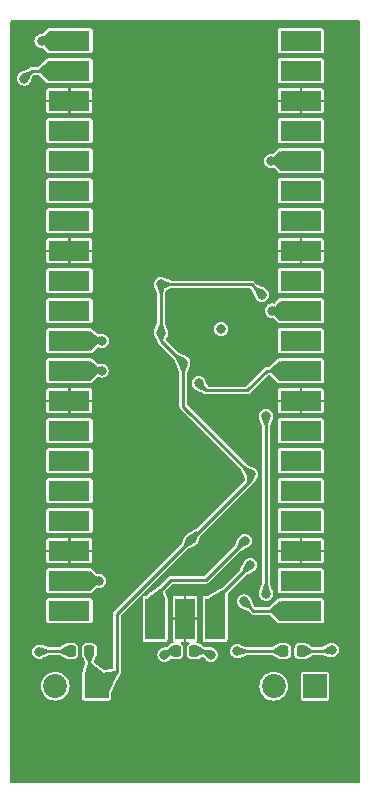
<source format=gbr>
%TF.GenerationSoftware,KiCad,Pcbnew,7.0.7-7.0.7~ubuntu22.04.1*%
%TF.CreationDate,2023-09-18T01:56:03+01:00*%
%TF.ProjectId,cam_delay_meas_photo,63616d5f-6465-46c6-9179-5f6d6561735f,rev?*%
%TF.SameCoordinates,Original*%
%TF.FileFunction,Copper,L1,Top*%
%TF.FilePolarity,Positive*%
%FSLAX46Y46*%
G04 Gerber Fmt 4.6, Leading zero omitted, Abs format (unit mm)*
G04 Created by KiCad (PCBNEW 7.0.7-7.0.7~ubuntu22.04.1) date 2023-09-18 01:56:03*
%MOMM*%
%LPD*%
G01*
G04 APERTURE LIST*
G04 Aperture macros list*
%AMRoundRect*
0 Rectangle with rounded corners*
0 $1 Rounding radius*
0 $2 $3 $4 $5 $6 $7 $8 $9 X,Y pos of 4 corners*
0 Add a 4 corners polygon primitive as box body*
4,1,4,$2,$3,$4,$5,$6,$7,$8,$9,$2,$3,0*
0 Add four circle primitives for the rounded corners*
1,1,$1+$1,$2,$3*
1,1,$1+$1,$4,$5*
1,1,$1+$1,$6,$7*
1,1,$1+$1,$8,$9*
0 Add four rect primitives between the rounded corners*
20,1,$1+$1,$2,$3,$4,$5,0*
20,1,$1+$1,$4,$5,$6,$7,0*
20,1,$1+$1,$6,$7,$8,$9,0*
20,1,$1+$1,$8,$9,$2,$3,0*%
G04 Aperture macros list end*
%TA.AperFunction,SMDPad,CuDef*%
%ADD10RoundRect,0.218750X-0.218750X-0.256250X0.218750X-0.256250X0.218750X0.256250X-0.218750X0.256250X0*%
%TD*%
%TA.AperFunction,ComponentPad*%
%ADD11R,2.025000X2.025000*%
%TD*%
%TA.AperFunction,ComponentPad*%
%ADD12C,2.025000*%
%TD*%
%TA.AperFunction,SMDPad,CuDef*%
%ADD13R,3.500000X1.700000*%
%TD*%
%TA.AperFunction,SMDPad,CuDef*%
%ADD14R,1.700000X3.500000*%
%TD*%
%TA.AperFunction,ViaPad*%
%ADD15C,0.800000*%
%TD*%
%TA.AperFunction,Conductor*%
%ADD16C,0.250000*%
%TD*%
G04 APERTURE END LIST*
D10*
%TO.P,D3,1,K*%
%TO.N,Net-(D3-K)*%
X123312500Y-103600000D03*
%TO.P,D3,2,A*%
%TO.N,+3V3*%
X124887500Y-103600000D03*
%TD*%
%TO.P,D1,1,K*%
%TO.N,Net-(D1-K)*%
X105312500Y-103600000D03*
%TO.P,D1,2,A*%
%TO.N,+3V3*%
X106887500Y-103600000D03*
%TD*%
D11*
%TO.P,J1,1,Pin_1*%
%TO.N,+3V3*%
X107500000Y-106575000D03*
D12*
%TO.P,J1,2,Pin_2*%
%TO.N,Net-(J1-Pin_2)*%
X104000000Y-106575000D03*
%TD*%
D11*
%TO.P,J2,1,Pin_1*%
%TO.N,Net-(J2-Pin_1)*%
X126000000Y-106575000D03*
D12*
%TO.P,J2,2,Pin_2*%
%TO.N,Net-(J2-Pin_2)*%
X122500000Y-106575000D03*
%TD*%
D13*
%TO.P,U2,1,GPIO0*%
%TO.N,/UART_TX*%
X105210000Y-51925000D03*
%TO.P,U2,2,GPIO1*%
%TO.N,/UART_RX*%
X105210000Y-54465000D03*
%TO.P,U2,3,GND*%
%TO.N,GND*%
X105210000Y-57005000D03*
%TO.P,U2,4,GPIO2*%
%TO.N,unconnected-(U2-GPIO2-Pad4)*%
X105210000Y-59545000D03*
%TO.P,U2,5,GPIO3*%
%TO.N,unconnected-(U2-GPIO3-Pad5)*%
X105210000Y-62085000D03*
%TO.P,U2,6,GPIO4*%
%TO.N,unconnected-(U2-GPIO4-Pad6)*%
X105210000Y-64625000D03*
%TO.P,U2,7,GPIO5*%
%TO.N,unconnected-(U2-GPIO5-Pad7)*%
X105210000Y-67165000D03*
%TO.P,U2,8,GND*%
%TO.N,GND*%
X105210000Y-69705000D03*
%TO.P,U2,9,GPIO6*%
%TO.N,unconnected-(U2-GPIO6-Pad9)*%
X105210000Y-72245000D03*
%TO.P,U2,10,GPIO7*%
%TO.N,unconnected-(U2-GPIO7-Pad10)*%
X105210000Y-74785000D03*
%TO.P,U2,11,GPIO8*%
%TO.N,/SDA*%
X105210000Y-77325000D03*
%TO.P,U2,12,GPIO9*%
%TO.N,/SCL*%
X105210000Y-79865000D03*
%TO.P,U2,13,GND*%
%TO.N,GND*%
X105210000Y-82405000D03*
%TO.P,U2,14,GPIO10*%
%TO.N,unconnected-(U2-GPIO10-Pad14)*%
X105210000Y-84945000D03*
%TO.P,U2,15,GPIO11*%
%TO.N,unconnected-(U2-GPIO11-Pad15)*%
X105210000Y-87485000D03*
%TO.P,U2,16,GPIO12*%
%TO.N,unconnected-(U2-GPIO12-Pad16)*%
X105210000Y-90025000D03*
%TO.P,U2,17,GPIO13*%
%TO.N,unconnected-(U2-GPIO13-Pad17)*%
X105210000Y-92565000D03*
%TO.P,U2,18,GND*%
%TO.N,GND*%
X105210000Y-95105000D03*
%TO.P,U2,19,GPIO14*%
%TO.N,/LED_CTRL*%
X105210000Y-97645000D03*
%TO.P,U2,20,GPIO15*%
%TO.N,unconnected-(U2-GPIO15-Pad20)*%
X105210000Y-100185000D03*
%TO.P,U2,21,GPIO16*%
%TO.N,/STATUS*%
X124790000Y-100185000D03*
%TO.P,U2,22,GPIO17*%
%TO.N,unconnected-(U2-GPIO17-Pad22)*%
X124790000Y-97645000D03*
%TO.P,U2,23,GND*%
%TO.N,GND*%
X124790000Y-95105000D03*
%TO.P,U2,24,GPIO18*%
%TO.N,unconnected-(U2-GPIO18-Pad24)*%
X124790000Y-92565000D03*
%TO.P,U2,25,GPIO19*%
%TO.N,unconnected-(U2-GPIO19-Pad25)*%
X124790000Y-90025000D03*
%TO.P,U2,26,GPIO20*%
%TO.N,unconnected-(U2-GPIO20-Pad26)*%
X124790000Y-87485000D03*
%TO.P,U2,27,GPIO21*%
%TO.N,unconnected-(U2-GPIO21-Pad27)*%
X124790000Y-84945000D03*
%TO.P,U2,28,GND*%
%TO.N,GND*%
X124790000Y-82405000D03*
%TO.P,U2,29,GPIO22*%
%TO.N,/NCOMP*%
X124790000Y-79865000D03*
%TO.P,U2,30,RUN*%
%TO.N,unconnected-(U2-RUN-Pad30)*%
X124790000Y-77325000D03*
%TO.P,U2,31,GPIO26_ADC0*%
%TO.N,/PHOTO*%
X124790000Y-74785000D03*
%TO.P,U2,32,GPIO27_ADC1*%
%TO.N,unconnected-(U2-GPIO27_ADC1-Pad32)*%
X124790000Y-72245000D03*
%TO.P,U2,33,AGND*%
%TO.N,GND*%
X124790000Y-69705000D03*
%TO.P,U2,34,GPIO28_ADC2*%
%TO.N,unconnected-(U2-GPIO28_ADC2-Pad34)*%
X124790000Y-67165000D03*
%TO.P,U2,35,ADC_VREF*%
%TO.N,unconnected-(U2-ADC_VREF-Pad35)*%
X124790000Y-64625000D03*
%TO.P,U2,36,3V3*%
%TO.N,+3V3*%
X124790000Y-62085000D03*
%TO.P,U2,37,3V3_EN*%
%TO.N,unconnected-(U2-3V3_EN-Pad37)*%
X124790000Y-59545000D03*
%TO.P,U2,38,GND*%
%TO.N,GND*%
X124790000Y-57005000D03*
%TO.P,U2,39,VSYS*%
%TO.N,unconnected-(U2-VSYS-Pad39)*%
X124790000Y-54465000D03*
%TO.P,U2,40,VBUS*%
%TO.N,unconnected-(U2-VBUS-Pad40)*%
X124790000Y-51925000D03*
D14*
%TO.P,U2,41,SWCLK*%
%TO.N,/SWCLK*%
X112460000Y-100855000D03*
%TO.P,U2,42,GND*%
%TO.N,GND*%
X115000000Y-100855000D03*
%TO.P,U2,43,SWDIO*%
%TO.N,/SWD*%
X117540000Y-100855000D03*
%TD*%
D10*
%TO.P,D2,1,K*%
%TO.N,Net-(D2-K)*%
X114212500Y-103600000D03*
%TO.P,D2,2,A*%
%TO.N,+3V3*%
X115787500Y-103600000D03*
%TD*%
D15*
%TO.N,+3V3*%
X117175000Y-103900000D03*
X115550000Y-94125000D03*
X120600000Y-88625000D03*
X112965000Y-76674000D03*
X121500000Y-73425000D03*
X127425000Y-103500000D03*
X114850000Y-79200000D03*
X112965000Y-72549000D03*
X122300000Y-62100000D03*
%TO.N,GND*%
X122275000Y-69675000D03*
X108375000Y-57000000D03*
X107925000Y-82400000D03*
X122300000Y-57000000D03*
X107725000Y-95100000D03*
X127325000Y-95100000D03*
X121900000Y-82400000D03*
X118050000Y-80700000D03*
X107925000Y-69725000D03*
%TO.N,/SCL*%
X107925000Y-79850000D03*
%TO.N,/SDA*%
X107950000Y-77325000D03*
%TO.N,/PHOTO*%
X122350000Y-74775000D03*
%TO.N,/COMP*%
X118050000Y-76325000D03*
%TO.N,/UART_RX*%
X101375000Y-55125000D03*
%TO.N,/UART_TX*%
X102850000Y-51925000D03*
%TO.N,/SWCLK*%
X120062500Y-94262500D03*
%TO.N,/SWD*%
X120512500Y-96312500D03*
%TO.N,/LED_CTRL*%
X107725000Y-97650000D03*
%TO.N,Net-(D1-K)*%
X102650000Y-103650000D03*
%TO.N,Net-(D2-K)*%
X113249502Y-103900000D03*
%TO.N,/PHOTOT*%
X121850000Y-98749500D03*
X121850000Y-83700000D03*
%TO.N,/STATUS*%
X120000000Y-99400000D03*
%TO.N,Net-(D3-K)*%
X119425000Y-103600000D03*
%TO.N,/NCOMP*%
X116150000Y-80925000D03*
%TD*%
D16*
%TO.N,/NCOMP*%
X116150000Y-80925000D02*
X116750000Y-81525000D01*
X116750000Y-81525000D02*
X120275000Y-81525000D01*
X120275000Y-81525000D02*
X121935000Y-79865000D01*
X121935000Y-79865000D02*
X123890000Y-79865000D01*
%TO.N,+3V3*%
X115550000Y-94125000D02*
X109225000Y-100450000D01*
X123965000Y-62085000D02*
X122315000Y-62085000D01*
X127325000Y-103600000D02*
X127425000Y-103500000D01*
X120625000Y-72550000D02*
X112965000Y-72550000D01*
X112965000Y-77315000D02*
X112965000Y-76674000D01*
X120600000Y-88625000D02*
X120575000Y-88625000D01*
X115550000Y-94125000D02*
X120600000Y-89075000D01*
X124585000Y-103600000D02*
X127325000Y-103600000D01*
X109225000Y-100450000D02*
X109225000Y-105375000D01*
X114850000Y-79200000D02*
X112965000Y-77315000D01*
X117175000Y-103900000D02*
X116875000Y-103600000D01*
X122315000Y-62085000D02*
X122300000Y-62100000D01*
X120600000Y-89075000D02*
X120600000Y-88625000D01*
X120575000Y-88625000D02*
X114850000Y-82900000D01*
X116875000Y-103600000D02*
X115787500Y-103600000D01*
X114850000Y-82900000D02*
X114850000Y-79200000D01*
X108025000Y-106575000D02*
X106887500Y-105437500D01*
X121500000Y-73425000D02*
X120625000Y-72550000D01*
X112965000Y-72550000D02*
X112965000Y-76690000D01*
X106887500Y-105437500D02*
X106887500Y-103600000D01*
X109225000Y-105375000D02*
X108025000Y-106575000D01*
%TO.N,/SCL*%
X106200000Y-79850000D02*
X106185000Y-79865000D01*
X107925000Y-79850000D02*
X106200000Y-79850000D01*
%TO.N,/SDA*%
X107950000Y-77325000D02*
X106185000Y-77325000D01*
%TO.N,/PHOTO*%
X122360000Y-74785000D02*
X122350000Y-74775000D01*
X123965000Y-74785000D02*
X122360000Y-74785000D01*
%TO.N,/UART_RX*%
X102035000Y-54465000D02*
X106185000Y-54465000D01*
X101375000Y-55125000D02*
X102035000Y-54465000D01*
%TO.N,/UART_TX*%
X102850000Y-51925000D02*
X106185000Y-51925000D01*
%TO.N,/SWCLK*%
X116750000Y-97575000D02*
X113800000Y-97575000D01*
X112535000Y-98840000D02*
X112535000Y-99955000D01*
X120062500Y-94262500D02*
X116750000Y-97575000D01*
X113800000Y-97575000D02*
X112535000Y-98840000D01*
%TO.N,/SWD*%
X120512500Y-96312500D02*
X117615000Y-99210000D01*
X117615000Y-99210000D02*
X117615000Y-99955000D01*
%TO.N,/LED_CTRL*%
X107725000Y-97650000D02*
X106190000Y-97650000D01*
X106190000Y-97650000D02*
X106185000Y-97645000D01*
%TO.N,Net-(D1-K)*%
X102700000Y-103600000D02*
X102650000Y-103650000D01*
X105312500Y-103600000D02*
X102700000Y-103600000D01*
%TO.N,Net-(D2-K)*%
X113549502Y-103600000D02*
X114212500Y-103600000D01*
X113249502Y-103900000D02*
X113549502Y-103600000D01*
%TO.N,/PHOTOT*%
X121850000Y-83700000D02*
X121850000Y-98749500D01*
%TO.N,/STATUS*%
X123965000Y-100185000D02*
X120785000Y-100185000D01*
X120785000Y-100185000D02*
X120000000Y-99400000D01*
%TO.N,Net-(D3-K)*%
X119425000Y-103600000D02*
X123615000Y-103600000D01*
%TD*%
%TA.AperFunction,Conductor*%
%TO.N,GND*%
G36*
X129758691Y-50219407D02*
G01*
X129794655Y-50268907D01*
X129799500Y-50299500D01*
X129799500Y-114700500D01*
X129780593Y-114758691D01*
X129731093Y-114794655D01*
X129700500Y-114799500D01*
X100299500Y-114799500D01*
X100241309Y-114780593D01*
X100205345Y-114731093D01*
X100200500Y-114700500D01*
X100200500Y-106575004D01*
X102782367Y-106575004D01*
X102800864Y-106786432D01*
X102800865Y-106786439D01*
X102800866Y-106786440D01*
X102855799Y-106991455D01*
X102945499Y-107183817D01*
X103067239Y-107357679D01*
X103217321Y-107507761D01*
X103391183Y-107629501D01*
X103583545Y-107719201D01*
X103788560Y-107774134D01*
X103788564Y-107774134D01*
X103788567Y-107774135D01*
X103999996Y-107792633D01*
X104000000Y-107792633D01*
X104000004Y-107792633D01*
X104211432Y-107774135D01*
X104211433Y-107774134D01*
X104211440Y-107774134D01*
X104416455Y-107719201D01*
X104608817Y-107629501D01*
X104782679Y-107507761D01*
X104932761Y-107357679D01*
X105054501Y-107183817D01*
X105144201Y-106991455D01*
X105199134Y-106786440D01*
X105217633Y-106575000D01*
X105199134Y-106363560D01*
X105144201Y-106158545D01*
X105054501Y-105966184D01*
X104932761Y-105792321D01*
X104782679Y-105642239D01*
X104782675Y-105642236D01*
X104782674Y-105642235D01*
X104686221Y-105574698D01*
X104608817Y-105520499D01*
X104593241Y-105513236D01*
X104542007Y-105489345D01*
X104416455Y-105430799D01*
X104211440Y-105375866D01*
X104211439Y-105375865D01*
X104211432Y-105375864D01*
X104000004Y-105357367D01*
X103999996Y-105357367D01*
X103788567Y-105375864D01*
X103583540Y-105430800D01*
X103391194Y-105520493D01*
X103391186Y-105520497D01*
X103217325Y-105642235D01*
X103067235Y-105792325D01*
X102945497Y-105966186D01*
X102945493Y-105966194D01*
X102855800Y-106158540D01*
X102800864Y-106363567D01*
X102782367Y-106574995D01*
X102782367Y-106575004D01*
X100200500Y-106575004D01*
X100200500Y-103650000D01*
X102044318Y-103650000D01*
X102064955Y-103806758D01*
X102064957Y-103806766D01*
X102125462Y-103952838D01*
X102125462Y-103952839D01*
X102218864Y-104074563D01*
X102221718Y-104078282D01*
X102347159Y-104174536D01*
X102347160Y-104174536D01*
X102347161Y-104174537D01*
X102433950Y-104210486D01*
X102493238Y-104235044D01*
X102610809Y-104250522D01*
X102649999Y-104255682D01*
X102650000Y-104255682D01*
X102650001Y-104255682D01*
X102689190Y-104250522D01*
X102806762Y-104235044D01*
X102866051Y-104210484D01*
X102880701Y-104205715D01*
X102900357Y-104200973D01*
X103476309Y-103934641D01*
X103517861Y-103925500D01*
X104347259Y-103925500D01*
X104396753Y-103938760D01*
X104826883Y-104187064D01*
X104837722Y-104195381D01*
X104837944Y-104195077D01*
X104844245Y-104199654D01*
X104844249Y-104199658D01*
X104962580Y-104259951D01*
X105029130Y-104270491D01*
X105060751Y-104275500D01*
X105060754Y-104275500D01*
X105564249Y-104275500D01*
X105592803Y-104270976D01*
X105662420Y-104259951D01*
X105780751Y-104199658D01*
X105874658Y-104105751D01*
X105934951Y-103987420D01*
X105950500Y-103889248D01*
X106249500Y-103889248D01*
X106265049Y-103987420D01*
X106277921Y-104012683D01*
X106284838Y-104030209D01*
X106288454Y-104042754D01*
X106288453Y-104042754D01*
X106288456Y-104042761D01*
X106288457Y-104042762D01*
X106330713Y-104124537D01*
X106543070Y-104535497D01*
X106552986Y-104595874D01*
X106550200Y-104608520D01*
X106290041Y-105505575D01*
X106290041Y-105505576D01*
X106286996Y-105519735D01*
X106286995Y-105519743D01*
X106286994Y-105519745D01*
X106286888Y-105520493D01*
X106285512Y-105530157D01*
X106283791Y-105547494D01*
X106283923Y-105548276D01*
X106285609Y-105558223D01*
X106287000Y-105574762D01*
X106286999Y-107607246D01*
X106287001Y-107607258D01*
X106291426Y-107629501D01*
X106298633Y-107665731D01*
X106342948Y-107732052D01*
X106409269Y-107776367D01*
X106453731Y-107785211D01*
X106467741Y-107787998D01*
X106467746Y-107787998D01*
X106467752Y-107788000D01*
X106467753Y-107788000D01*
X108532247Y-107788000D01*
X108532248Y-107788000D01*
X108590731Y-107776367D01*
X108657052Y-107732052D01*
X108701367Y-107665731D01*
X108713000Y-107607248D01*
X108713000Y-107170287D01*
X108723129Y-107126665D01*
X108789498Y-106991455D01*
X108993916Y-106575004D01*
X121282367Y-106575004D01*
X121300864Y-106786432D01*
X121300865Y-106786439D01*
X121300866Y-106786440D01*
X121355799Y-106991455D01*
X121445499Y-107183817D01*
X121567239Y-107357679D01*
X121717321Y-107507761D01*
X121891183Y-107629501D01*
X122083545Y-107719201D01*
X122288560Y-107774134D01*
X122288564Y-107774134D01*
X122288567Y-107774135D01*
X122499996Y-107792633D01*
X122500000Y-107792633D01*
X122500004Y-107792633D01*
X122711432Y-107774135D01*
X122711433Y-107774134D01*
X122711440Y-107774134D01*
X122916455Y-107719201D01*
X123108817Y-107629501D01*
X123140600Y-107607246D01*
X124787000Y-107607246D01*
X124787001Y-107607258D01*
X124791426Y-107629501D01*
X124798633Y-107665731D01*
X124842948Y-107732052D01*
X124909269Y-107776367D01*
X124953731Y-107785211D01*
X124967741Y-107787998D01*
X124967746Y-107787998D01*
X124967752Y-107788000D01*
X124967753Y-107788000D01*
X127032247Y-107788000D01*
X127032248Y-107788000D01*
X127090731Y-107776367D01*
X127157052Y-107732052D01*
X127201367Y-107665731D01*
X127213000Y-107607248D01*
X127213000Y-105542752D01*
X127210494Y-105530156D01*
X127210211Y-105528731D01*
X127201367Y-105484269D01*
X127157052Y-105417948D01*
X127094070Y-105375864D01*
X127090733Y-105373634D01*
X127090731Y-105373633D01*
X127090728Y-105373632D01*
X127090727Y-105373632D01*
X127032258Y-105362001D01*
X127032248Y-105362000D01*
X124967752Y-105362000D01*
X124967751Y-105362000D01*
X124967741Y-105362001D01*
X124909272Y-105373632D01*
X124909266Y-105373634D01*
X124842951Y-105417945D01*
X124842945Y-105417951D01*
X124798634Y-105484266D01*
X124798632Y-105484272D01*
X124787001Y-105542741D01*
X124787000Y-105542753D01*
X124787000Y-107607246D01*
X123140600Y-107607246D01*
X123282679Y-107507761D01*
X123432761Y-107357679D01*
X123554501Y-107183817D01*
X123644201Y-106991455D01*
X123699134Y-106786440D01*
X123717633Y-106575000D01*
X123699134Y-106363560D01*
X123644201Y-106158545D01*
X123554501Y-105966184D01*
X123432761Y-105792321D01*
X123282679Y-105642239D01*
X123282675Y-105642236D01*
X123282674Y-105642235D01*
X123186221Y-105574698D01*
X123108817Y-105520499D01*
X123093241Y-105513236D01*
X123042007Y-105489345D01*
X122916455Y-105430799D01*
X122711440Y-105375866D01*
X122711439Y-105375865D01*
X122711432Y-105375864D01*
X122500004Y-105357367D01*
X122499996Y-105357367D01*
X122288567Y-105375864D01*
X122083540Y-105430800D01*
X121891194Y-105520493D01*
X121891186Y-105520497D01*
X121717325Y-105642235D01*
X121567235Y-105792325D01*
X121445497Y-105966186D01*
X121445493Y-105966194D01*
X121355800Y-106158540D01*
X121300864Y-106363567D01*
X121282367Y-106574995D01*
X121282367Y-106575004D01*
X108993916Y-106575004D01*
X109480608Y-105583493D01*
X109482168Y-105580571D01*
X109498708Y-105551922D01*
X109501008Y-105548309D01*
X109524554Y-105514684D01*
X109524941Y-105513236D01*
X109534838Y-105489345D01*
X109535586Y-105488048D01*
X109535585Y-105488048D01*
X109535588Y-105488045D01*
X109542713Y-105447628D01*
X109543641Y-105443443D01*
X109554263Y-105403807D01*
X109550687Y-105362934D01*
X109550500Y-105358634D01*
X109550500Y-103900000D01*
X112643820Y-103900000D01*
X112664457Y-104056758D01*
X112664459Y-104056766D01*
X112724964Y-104202838D01*
X112724964Y-104202839D01*
X112821215Y-104328276D01*
X112821220Y-104328282D01*
X112946661Y-104424536D01*
X113092740Y-104485044D01*
X113210311Y-104500522D01*
X113249501Y-104505682D01*
X113249502Y-104505682D01*
X113249503Y-104505682D01*
X113280854Y-104501554D01*
X113406264Y-104485044D01*
X113552343Y-104424536D01*
X113677784Y-104328282D01*
X113682693Y-104321883D01*
X113693506Y-104311001D01*
X113692992Y-104310464D01*
X113696503Y-104307104D01*
X113724478Y-104274504D01*
X113776721Y-104242657D01*
X113837707Y-104247599D01*
X113844541Y-104250759D01*
X113854202Y-104255682D01*
X113862580Y-104259951D01*
X113960751Y-104275500D01*
X113960754Y-104275500D01*
X114464249Y-104275500D01*
X114492803Y-104270976D01*
X114562420Y-104259951D01*
X114680751Y-104199658D01*
X114774658Y-104105751D01*
X114834951Y-103987420D01*
X114850500Y-103889246D01*
X114850500Y-103310754D01*
X114834951Y-103212580D01*
X114774658Y-103094249D01*
X114680751Y-103000342D01*
X114664788Y-102992208D01*
X114621525Y-102948944D01*
X114611954Y-102888512D01*
X114639732Y-102833996D01*
X114694249Y-102806219D01*
X114709735Y-102805000D01*
X114899999Y-102805000D01*
X114899999Y-100955000D01*
X115100000Y-100955000D01*
X115100000Y-102804999D01*
X115100001Y-102805000D01*
X115290265Y-102805000D01*
X115348456Y-102823907D01*
X115384420Y-102873407D01*
X115384420Y-102934593D01*
X115348456Y-102984093D01*
X115335211Y-102992209D01*
X115319250Y-103000341D01*
X115225341Y-103094250D01*
X115165050Y-103212576D01*
X115165049Y-103212580D01*
X115149500Y-103310751D01*
X115149500Y-103889248D01*
X115155683Y-103928286D01*
X115165048Y-103987416D01*
X115165049Y-103987419D01*
X115165050Y-103987423D01*
X115206338Y-104068454D01*
X115225342Y-104105751D01*
X115319249Y-104199658D01*
X115437580Y-104259951D01*
X115504130Y-104270491D01*
X115535751Y-104275500D01*
X115535754Y-104275500D01*
X116039249Y-104275500D01*
X116067803Y-104270976D01*
X116137420Y-104259951D01*
X116255751Y-104199658D01*
X116255756Y-104199652D01*
X116262058Y-104195075D01*
X116262280Y-104195381D01*
X116273114Y-104187064D01*
X116437287Y-104092291D01*
X116497134Y-104079574D01*
X116553028Y-104104463D01*
X116561909Y-104113560D01*
X116730433Y-104309943D01*
X116733563Y-104313332D01*
X116737181Y-104317250D01*
X116736986Y-104317429D01*
X116744664Y-104325606D01*
X116746718Y-104328282D01*
X116872159Y-104424536D01*
X117018238Y-104485044D01*
X117135809Y-104500522D01*
X117174999Y-104505682D01*
X117175000Y-104505682D01*
X117175001Y-104505682D01*
X117206352Y-104501554D01*
X117331762Y-104485044D01*
X117477841Y-104424536D01*
X117603282Y-104328282D01*
X117699536Y-104202841D01*
X117760044Y-104056762D01*
X117780682Y-103900000D01*
X117779266Y-103889248D01*
X117775522Y-103860809D01*
X117760044Y-103743238D01*
X117724226Y-103656766D01*
X117700713Y-103600000D01*
X118819318Y-103600000D01*
X118839955Y-103756758D01*
X118839957Y-103756766D01*
X118900462Y-103902838D01*
X118900462Y-103902839D01*
X118993844Y-104024537D01*
X118996718Y-104028282D01*
X119122159Y-104124536D01*
X119122160Y-104124536D01*
X119122161Y-104124537D01*
X119202405Y-104157775D01*
X119268238Y-104185044D01*
X119379243Y-104199658D01*
X119424999Y-104205682D01*
X119425000Y-104205682D01*
X119425001Y-104205682D01*
X119470757Y-104199658D01*
X119581762Y-104185044D01*
X119581765Y-104185042D01*
X119581768Y-104185042D01*
X119627904Y-104165931D01*
X119649529Y-104159739D01*
X119661314Y-104157776D01*
X119661314Y-104157775D01*
X119661320Y-104157775D01*
X120258849Y-103931895D01*
X120293854Y-103925500D01*
X122347259Y-103925500D01*
X122396753Y-103938760D01*
X122826883Y-104187064D01*
X122837722Y-104195381D01*
X122837944Y-104195077D01*
X122844245Y-104199654D01*
X122844249Y-104199658D01*
X122962580Y-104259951D01*
X123029130Y-104270491D01*
X123060751Y-104275500D01*
X123060754Y-104275500D01*
X123564249Y-104275500D01*
X123592803Y-104270976D01*
X123662420Y-104259951D01*
X123780751Y-104199658D01*
X123874658Y-104105751D01*
X123934951Y-103987420D01*
X123950500Y-103889248D01*
X124249500Y-103889248D01*
X124255683Y-103928286D01*
X124265048Y-103987416D01*
X124265049Y-103987419D01*
X124265050Y-103987423D01*
X124306338Y-104068454D01*
X124325342Y-104105751D01*
X124419249Y-104199658D01*
X124537580Y-104259951D01*
X124604130Y-104270491D01*
X124635751Y-104275500D01*
X124635754Y-104275500D01*
X125139249Y-104275500D01*
X125167803Y-104270976D01*
X125237420Y-104259951D01*
X125355751Y-104199658D01*
X125355756Y-104199652D01*
X125362058Y-104195075D01*
X125362280Y-104195381D01*
X125373114Y-104187065D01*
X125803246Y-103938760D01*
X125852741Y-103925500D01*
X126588560Y-103925500D01*
X126610792Y-103928029D01*
X127216137Y-104067581D01*
X127216147Y-104067581D01*
X127219781Y-104068129D01*
X127242931Y-104074561D01*
X127268238Y-104085044D01*
X127372745Y-104098802D01*
X127424999Y-104105682D01*
X127425000Y-104105682D01*
X127425001Y-104105682D01*
X127456352Y-104101554D01*
X127581762Y-104085044D01*
X127727841Y-104024536D01*
X127853282Y-103928282D01*
X127949536Y-103802841D01*
X128010044Y-103656762D01*
X128030682Y-103500000D01*
X128010044Y-103343238D01*
X127996589Y-103310754D01*
X127949537Y-103197161D01*
X127949537Y-103197160D01*
X127853286Y-103071723D01*
X127853285Y-103071722D01*
X127853282Y-103071718D01*
X127853277Y-103071714D01*
X127853276Y-103071713D01*
X127760261Y-103000341D01*
X127727841Y-102975464D01*
X127727840Y-102975463D01*
X127727838Y-102975462D01*
X127581766Y-102914957D01*
X127581758Y-102914955D01*
X127425001Y-102894318D01*
X127424999Y-102894318D01*
X127268236Y-102914956D01*
X127189283Y-102947659D01*
X127185256Y-102949126D01*
X127161548Y-102956618D01*
X127161543Y-102956620D01*
X127145230Y-102965584D01*
X127140337Y-102967933D01*
X127122156Y-102975465D01*
X127115292Y-102980732D01*
X127102706Y-102988950D01*
X126605317Y-103262264D01*
X126557641Y-103274500D01*
X125852742Y-103274500D01*
X125803247Y-103261239D01*
X125734777Y-103221713D01*
X125419884Y-103039932D01*
X125373115Y-103012933D01*
X125362277Y-103004618D01*
X125362056Y-103004923D01*
X125355753Y-103000344D01*
X125355751Y-103000342D01*
X125287535Y-102965584D01*
X125237423Y-102940050D01*
X125237420Y-102940049D01*
X125202972Y-102934593D01*
X125139249Y-102924500D01*
X125139246Y-102924500D01*
X124635754Y-102924500D01*
X124635751Y-102924500D01*
X124537580Y-102940049D01*
X124537576Y-102940050D01*
X124419250Y-103000341D01*
X124325341Y-103094250D01*
X124265050Y-103212576D01*
X124265049Y-103212580D01*
X124249500Y-103310751D01*
X124249500Y-103889248D01*
X123950500Y-103889248D01*
X123950500Y-103889246D01*
X123950500Y-103310754D01*
X123934951Y-103212580D01*
X123874658Y-103094249D01*
X123780751Y-103000342D01*
X123748861Y-102984093D01*
X123662423Y-102940050D01*
X123662420Y-102940049D01*
X123627972Y-102934593D01*
X123564249Y-102924500D01*
X123564246Y-102924500D01*
X123060754Y-102924500D01*
X123060751Y-102924500D01*
X122962580Y-102940049D01*
X122962573Y-102940051D01*
X122844253Y-103000338D01*
X122837948Y-103004920D01*
X122837727Y-103004616D01*
X122826889Y-103012929D01*
X122676897Y-103099517D01*
X122396751Y-103261239D01*
X122347258Y-103274500D01*
X120293857Y-103274500D01*
X120258851Y-103268104D01*
X120136157Y-103221723D01*
X119678360Y-103048666D01*
X119666858Y-103044318D01*
X119661317Y-103042223D01*
X119661312Y-103042222D01*
X119648247Y-103039932D01*
X119627463Y-103033885D01*
X119581762Y-103014956D01*
X119581759Y-103014955D01*
X119581758Y-103014955D01*
X119425001Y-102994318D01*
X119424999Y-102994318D01*
X119268241Y-103014955D01*
X119268233Y-103014957D01*
X119122161Y-103075462D01*
X119122160Y-103075462D01*
X118996723Y-103171713D01*
X118996713Y-103171723D01*
X118900462Y-103297160D01*
X118900462Y-103297161D01*
X118839957Y-103443233D01*
X118839955Y-103443241D01*
X118819318Y-103599999D01*
X118819318Y-103600000D01*
X117700713Y-103600000D01*
X117699537Y-103597161D01*
X117699537Y-103597160D01*
X117603286Y-103471723D01*
X117603285Y-103471722D01*
X117603282Y-103471718D01*
X117603277Y-103471714D01*
X117603276Y-103471713D01*
X117477838Y-103375462D01*
X117331766Y-103314957D01*
X117331759Y-103314955D01*
X117174993Y-103294317D01*
X117173889Y-103294317D01*
X116977322Y-103287045D01*
X116970547Y-103286326D01*
X116947648Y-103282287D01*
X116943434Y-103281353D01*
X116903807Y-103270736D01*
X116862926Y-103274312D01*
X116858626Y-103274500D01*
X116752742Y-103274500D01*
X116703247Y-103261239D01*
X116634777Y-103221713D01*
X116319884Y-103039932D01*
X116273115Y-103012933D01*
X116262277Y-103004618D01*
X116262056Y-103004923D01*
X116255753Y-103000344D01*
X116255751Y-103000342D01*
X116187535Y-102965584D01*
X116137423Y-102940050D01*
X116137420Y-102940049D01*
X116125362Y-102938139D01*
X116040560Y-102924707D01*
X115986044Y-102896929D01*
X115958267Y-102842412D01*
X115967839Y-102781980D01*
X115989185Y-102757974D01*
X115987297Y-102756086D01*
X115994193Y-102749189D01*
X116038396Y-102683036D01*
X116049990Y-102624746D01*
X116489500Y-102624746D01*
X116489501Y-102624758D01*
X116501094Y-102683036D01*
X116501133Y-102683231D01*
X116545448Y-102749552D01*
X116611769Y-102793867D01*
X116656231Y-102802711D01*
X116670241Y-102805498D01*
X116670246Y-102805498D01*
X116670252Y-102805500D01*
X116670253Y-102805500D01*
X118409747Y-102805500D01*
X118409748Y-102805500D01*
X118468231Y-102793867D01*
X118534552Y-102749552D01*
X118578867Y-102683231D01*
X118590500Y-102624748D01*
X118590500Y-100191198D01*
X118592647Y-100170691D01*
X118595666Y-100156432D01*
X118595667Y-100156423D01*
X118604989Y-99400000D01*
X119394318Y-99400000D01*
X119414955Y-99556758D01*
X119414957Y-99556766D01*
X119475462Y-99702838D01*
X119475462Y-99702839D01*
X119537901Y-99784211D01*
X119571718Y-99828282D01*
X119571722Y-99828285D01*
X119571723Y-99828286D01*
X119587762Y-99840593D01*
X119697159Y-99924536D01*
X119743304Y-99943649D01*
X119762967Y-99954559D01*
X119772698Y-99961511D01*
X120319380Y-100208259D01*
X120354935Y-100224307D01*
X120384211Y-100244537D01*
X120543257Y-100403584D01*
X120546175Y-100406769D01*
X120572544Y-100438193D01*
X120572545Y-100438194D01*
X120608073Y-100458706D01*
X120611712Y-100461025D01*
X120645311Y-100484551D01*
X120645313Y-100484552D01*
X120645316Y-100484554D01*
X120646767Y-100484942D01*
X120670659Y-100494840D01*
X120671186Y-100495143D01*
X120671955Y-100495588D01*
X120712351Y-100502710D01*
X120716548Y-100503640D01*
X120756193Y-100514264D01*
X120797077Y-100510687D01*
X120801377Y-100510500D01*
X122071915Y-100510500D01*
X122130106Y-100529407D01*
X122136161Y-100534177D01*
X122898422Y-101184341D01*
X122913691Y-101193282D01*
X122931091Y-101203473D01*
X122933578Y-101205030D01*
X122961767Y-101223866D01*
X122961769Y-101223867D01*
X123020252Y-101235500D01*
X123020254Y-101235500D01*
X123024242Y-101235892D01*
X123027722Y-101235957D01*
X123027726Y-101235958D01*
X123027729Y-101235957D01*
X123032293Y-101236043D01*
X123038755Y-101235500D01*
X126559747Y-101235500D01*
X126559748Y-101235500D01*
X126618231Y-101223867D01*
X126684552Y-101179552D01*
X126728867Y-101113231D01*
X126740500Y-101054748D01*
X126740500Y-99315252D01*
X126728867Y-99256769D01*
X126684552Y-99190448D01*
X126677382Y-99185657D01*
X126618233Y-99146134D01*
X126618231Y-99146133D01*
X126618228Y-99146132D01*
X126618227Y-99146132D01*
X126559758Y-99134501D01*
X126559748Y-99134500D01*
X123020252Y-99134500D01*
X123020249Y-99134500D01*
X122961768Y-99146132D01*
X122961767Y-99146133D01*
X122925733Y-99170210D01*
X122922391Y-99172256D01*
X122898431Y-99185652D01*
X122898426Y-99185656D01*
X122136161Y-99835823D01*
X122079617Y-99859200D01*
X122071915Y-99859500D01*
X120960834Y-99859500D01*
X120902643Y-99840593D01*
X120890830Y-99830504D01*
X120844537Y-99784211D01*
X120824307Y-99754935D01*
X120561513Y-99172702D01*
X120561509Y-99172695D01*
X120553893Y-99161843D01*
X120543465Y-99142858D01*
X120528913Y-99107726D01*
X120524536Y-99097159D01*
X120524535Y-99097158D01*
X120524535Y-99097157D01*
X120428286Y-98971723D01*
X120428285Y-98971722D01*
X120428282Y-98971718D01*
X120428277Y-98971714D01*
X120428276Y-98971713D01*
X120340683Y-98904501D01*
X120302841Y-98875464D01*
X120302840Y-98875463D01*
X120302838Y-98875462D01*
X120156766Y-98814957D01*
X120156758Y-98814955D01*
X120000001Y-98794318D01*
X119999999Y-98794318D01*
X119843241Y-98814955D01*
X119843233Y-98814957D01*
X119697161Y-98875462D01*
X119697160Y-98875462D01*
X119571723Y-98971713D01*
X119571713Y-98971723D01*
X119475462Y-99097160D01*
X119475462Y-99097161D01*
X119414957Y-99243233D01*
X119414955Y-99243241D01*
X119394318Y-99399999D01*
X119394318Y-99400000D01*
X118604989Y-99400000D01*
X118608994Y-99075048D01*
X118613006Y-98749500D01*
X121244318Y-98749500D01*
X121264955Y-98906258D01*
X121264957Y-98906266D01*
X121325462Y-99052338D01*
X121325462Y-99052339D01*
X121417817Y-99172698D01*
X121421718Y-99177782D01*
X121421722Y-99177785D01*
X121421723Y-99177786D01*
X121431981Y-99185657D01*
X121547159Y-99274036D01*
X121547160Y-99274036D01*
X121547161Y-99274037D01*
X121646663Y-99315252D01*
X121693238Y-99334544D01*
X121810809Y-99350022D01*
X121849999Y-99355182D01*
X121850000Y-99355182D01*
X121850001Y-99355182D01*
X121881352Y-99351054D01*
X122006762Y-99334544D01*
X122152841Y-99274036D01*
X122278282Y-99177782D01*
X122374536Y-99052341D01*
X122435044Y-98906262D01*
X122455682Y-98749500D01*
X122435044Y-98592738D01*
X122415929Y-98546591D01*
X122409740Y-98524979D01*
X122408036Y-98514746D01*
X122839500Y-98514746D01*
X122839501Y-98514758D01*
X122847657Y-98555756D01*
X122851133Y-98573231D01*
X122895448Y-98639552D01*
X122961769Y-98683867D01*
X123006231Y-98692711D01*
X123020241Y-98695498D01*
X123020246Y-98695498D01*
X123020252Y-98695500D01*
X123020253Y-98695500D01*
X126559747Y-98695500D01*
X126559748Y-98695500D01*
X126618231Y-98683867D01*
X126684552Y-98639552D01*
X126728867Y-98573231D01*
X126740500Y-98514748D01*
X126740500Y-96775252D01*
X126728867Y-96716769D01*
X126684552Y-96650448D01*
X126632009Y-96615339D01*
X126618233Y-96606134D01*
X126618231Y-96606133D01*
X126618228Y-96606132D01*
X126618227Y-96606132D01*
X126559758Y-96594501D01*
X126559748Y-96594500D01*
X123020252Y-96594500D01*
X123020251Y-96594500D01*
X123020241Y-96594501D01*
X122961772Y-96606132D01*
X122961766Y-96606134D01*
X122895451Y-96650445D01*
X122895445Y-96650451D01*
X122851134Y-96716766D01*
X122851132Y-96716772D01*
X122839501Y-96775241D01*
X122839500Y-96775253D01*
X122839500Y-98514746D01*
X122408036Y-98514746D01*
X122407775Y-98513179D01*
X122303527Y-98237404D01*
X122181896Y-97915646D01*
X122175500Y-97880640D01*
X122175500Y-95974700D01*
X122840000Y-95974700D01*
X122851603Y-96033036D01*
X122895806Y-96099189D01*
X122895810Y-96099193D01*
X122961963Y-96143396D01*
X123020299Y-96154999D01*
X123020303Y-96155000D01*
X124689999Y-96155000D01*
X124690000Y-96154998D01*
X124890000Y-96154998D01*
X124890001Y-96155000D01*
X126559697Y-96155000D01*
X126559700Y-96154999D01*
X126618036Y-96143396D01*
X126684189Y-96099193D01*
X126684193Y-96099189D01*
X126728396Y-96033036D01*
X126739999Y-95974700D01*
X126740000Y-95974697D01*
X126739999Y-95205000D01*
X124890001Y-95205000D01*
X124890000Y-95205001D01*
X124890000Y-96154998D01*
X124690000Y-96154998D01*
X124690000Y-95205001D01*
X124689999Y-95205000D01*
X122840001Y-95205000D01*
X122840000Y-95205001D01*
X122840000Y-95974700D01*
X122175500Y-95974700D01*
X122175500Y-95004999D01*
X122840000Y-95004999D01*
X122840001Y-95005000D01*
X124689999Y-95005000D01*
X124690000Y-95004999D01*
X124890000Y-95004999D01*
X124890001Y-95005000D01*
X126739999Y-95005000D01*
X126739999Y-95004999D01*
X126740000Y-94235302D01*
X126739999Y-94235299D01*
X126728396Y-94176963D01*
X126684193Y-94110810D01*
X126684189Y-94110806D01*
X126618036Y-94066603D01*
X126559700Y-94055000D01*
X124890001Y-94055000D01*
X124890000Y-94055001D01*
X124890000Y-95004999D01*
X124690000Y-95004999D01*
X124690000Y-94055001D01*
X124689999Y-94055000D01*
X123020299Y-94055000D01*
X122961963Y-94066603D01*
X122895810Y-94110806D01*
X122895806Y-94110810D01*
X122851603Y-94176963D01*
X122840000Y-94235299D01*
X122840000Y-95004999D01*
X122175500Y-95004999D01*
X122175500Y-93434746D01*
X122839500Y-93434746D01*
X122839501Y-93434758D01*
X122851132Y-93493227D01*
X122851133Y-93493231D01*
X122895448Y-93559552D01*
X122961769Y-93603867D01*
X123006231Y-93612711D01*
X123020241Y-93615498D01*
X123020246Y-93615498D01*
X123020252Y-93615500D01*
X123020253Y-93615500D01*
X126559747Y-93615500D01*
X126559748Y-93615500D01*
X126618231Y-93603867D01*
X126684552Y-93559552D01*
X126728867Y-93493231D01*
X126740500Y-93434748D01*
X126740500Y-91695252D01*
X126728867Y-91636769D01*
X126684552Y-91570448D01*
X126684548Y-91570445D01*
X126618233Y-91526134D01*
X126618231Y-91526133D01*
X126618228Y-91526132D01*
X126618227Y-91526132D01*
X126559758Y-91514501D01*
X126559748Y-91514500D01*
X123020252Y-91514500D01*
X123020251Y-91514500D01*
X123020241Y-91514501D01*
X122961772Y-91526132D01*
X122961766Y-91526134D01*
X122895451Y-91570445D01*
X122895445Y-91570451D01*
X122851134Y-91636766D01*
X122851132Y-91636772D01*
X122839501Y-91695241D01*
X122839500Y-91695253D01*
X122839500Y-93434746D01*
X122175500Y-93434746D01*
X122175500Y-90894746D01*
X122839500Y-90894746D01*
X122839501Y-90894758D01*
X122851132Y-90953227D01*
X122851133Y-90953231D01*
X122895448Y-91019552D01*
X122961769Y-91063867D01*
X123006231Y-91072711D01*
X123020241Y-91075498D01*
X123020246Y-91075498D01*
X123020252Y-91075500D01*
X123020253Y-91075500D01*
X126559747Y-91075500D01*
X126559748Y-91075500D01*
X126618231Y-91063867D01*
X126684552Y-91019552D01*
X126728867Y-90953231D01*
X126740500Y-90894748D01*
X126740500Y-89155252D01*
X126728867Y-89096769D01*
X126684552Y-89030448D01*
X126684548Y-89030445D01*
X126618233Y-88986134D01*
X126618231Y-88986133D01*
X126618228Y-88986132D01*
X126618227Y-88986132D01*
X126559758Y-88974501D01*
X126559748Y-88974500D01*
X123020252Y-88974500D01*
X123020251Y-88974500D01*
X123020241Y-88974501D01*
X122961772Y-88986132D01*
X122961766Y-88986134D01*
X122895451Y-89030445D01*
X122895445Y-89030451D01*
X122851134Y-89096766D01*
X122851132Y-89096772D01*
X122839501Y-89155241D01*
X122839500Y-89155253D01*
X122839500Y-90894746D01*
X122175500Y-90894746D01*
X122175500Y-88354746D01*
X122839500Y-88354746D01*
X122839501Y-88354758D01*
X122851132Y-88413227D01*
X122851134Y-88413233D01*
X122887888Y-88468238D01*
X122895448Y-88479552D01*
X122961769Y-88523867D01*
X123006231Y-88532711D01*
X123020241Y-88535498D01*
X123020246Y-88535498D01*
X123020252Y-88535500D01*
X123020253Y-88535500D01*
X126559747Y-88535500D01*
X126559748Y-88535500D01*
X126618231Y-88523867D01*
X126684552Y-88479552D01*
X126728867Y-88413231D01*
X126740500Y-88354748D01*
X126740500Y-86615252D01*
X126728867Y-86556769D01*
X126684552Y-86490448D01*
X126684548Y-86490445D01*
X126618233Y-86446134D01*
X126618231Y-86446133D01*
X126618228Y-86446132D01*
X126618227Y-86446132D01*
X126559758Y-86434501D01*
X126559748Y-86434500D01*
X123020252Y-86434500D01*
X123020251Y-86434500D01*
X123020241Y-86434501D01*
X122961772Y-86446132D01*
X122961766Y-86446134D01*
X122895451Y-86490445D01*
X122895445Y-86490451D01*
X122851134Y-86556766D01*
X122851132Y-86556772D01*
X122839501Y-86615241D01*
X122839500Y-86615253D01*
X122839500Y-88354746D01*
X122175500Y-88354746D01*
X122175500Y-85814746D01*
X122839500Y-85814746D01*
X122839501Y-85814758D01*
X122851132Y-85873227D01*
X122851133Y-85873231D01*
X122895448Y-85939552D01*
X122961769Y-85983867D01*
X123006231Y-85992711D01*
X123020241Y-85995498D01*
X123020246Y-85995498D01*
X123020252Y-85995500D01*
X123020253Y-85995500D01*
X126559747Y-85995500D01*
X126559748Y-85995500D01*
X126618231Y-85983867D01*
X126684552Y-85939552D01*
X126728867Y-85873231D01*
X126740500Y-85814748D01*
X126740500Y-84075252D01*
X126728867Y-84016769D01*
X126684552Y-83950448D01*
X126684548Y-83950445D01*
X126618233Y-83906134D01*
X126618231Y-83906133D01*
X126618228Y-83906132D01*
X126618227Y-83906132D01*
X126559758Y-83894501D01*
X126559748Y-83894500D01*
X123020252Y-83894500D01*
X123020251Y-83894500D01*
X123020241Y-83894501D01*
X122961772Y-83906132D01*
X122961766Y-83906134D01*
X122895451Y-83950445D01*
X122895445Y-83950451D01*
X122851134Y-84016766D01*
X122851132Y-84016772D01*
X122839501Y-84075241D01*
X122839500Y-84075253D01*
X122839500Y-85814746D01*
X122175500Y-85814746D01*
X122175500Y-84568858D01*
X122181896Y-84533852D01*
X122181896Y-84533851D01*
X122407775Y-83936320D01*
X122410063Y-83923259D01*
X122416113Y-83902463D01*
X122419411Y-83894501D01*
X122435044Y-83856762D01*
X122455682Y-83700000D01*
X122435044Y-83543238D01*
X122374537Y-83397161D01*
X122374537Y-83397160D01*
X122280570Y-83274700D01*
X122840000Y-83274700D01*
X122851603Y-83333036D01*
X122895806Y-83399189D01*
X122895810Y-83399193D01*
X122961963Y-83443396D01*
X123020299Y-83454999D01*
X123020303Y-83455000D01*
X124689999Y-83455000D01*
X124690000Y-83454999D01*
X124890000Y-83454999D01*
X124890001Y-83455000D01*
X126559697Y-83455000D01*
X126559700Y-83454999D01*
X126618036Y-83443396D01*
X126684189Y-83399193D01*
X126684193Y-83399189D01*
X126728396Y-83333036D01*
X126739999Y-83274700D01*
X126740000Y-83274697D01*
X126739999Y-82505001D01*
X126739999Y-82505000D01*
X124890001Y-82505000D01*
X124890000Y-82505001D01*
X124890000Y-83454999D01*
X124690000Y-83454999D01*
X124690000Y-82505001D01*
X124689999Y-82505000D01*
X122840001Y-82505000D01*
X122840000Y-82505001D01*
X122840000Y-83274700D01*
X122280570Y-83274700D01*
X122278286Y-83271723D01*
X122278285Y-83271722D01*
X122278282Y-83271718D01*
X122278277Y-83271714D01*
X122278276Y-83271713D01*
X122152838Y-83175462D01*
X122006766Y-83114957D01*
X122006758Y-83114955D01*
X121850001Y-83094318D01*
X121849999Y-83094318D01*
X121693241Y-83114955D01*
X121693233Y-83114957D01*
X121547161Y-83175462D01*
X121547160Y-83175462D01*
X121421723Y-83271713D01*
X121421713Y-83271723D01*
X121325462Y-83397160D01*
X121325462Y-83397161D01*
X121264957Y-83543233D01*
X121264955Y-83543241D01*
X121244318Y-83699999D01*
X121244318Y-83700000D01*
X121264956Y-83856762D01*
X121280588Y-83894501D01*
X121284067Y-83902900D01*
X121290257Y-83924515D01*
X121292223Y-83936320D01*
X121518104Y-84533851D01*
X121524500Y-84568858D01*
X121524500Y-97880639D01*
X121518104Y-97915645D01*
X121292224Y-98513177D01*
X121289933Y-98526247D01*
X121283885Y-98547033D01*
X121264956Y-98592733D01*
X121264956Y-98592735D01*
X121244318Y-98749499D01*
X121244318Y-98749500D01*
X118613006Y-98749500D01*
X118613472Y-98711646D01*
X118633094Y-98653695D01*
X118642453Y-98642871D01*
X120128291Y-97157033D01*
X120157561Y-97136807D01*
X120739801Y-96874011D01*
X120750649Y-96866397D01*
X120769632Y-96855968D01*
X120815341Y-96837036D01*
X120940782Y-96740782D01*
X121037036Y-96615341D01*
X121097544Y-96469262D01*
X121118182Y-96312500D01*
X121097544Y-96155738D01*
X121097238Y-96154999D01*
X121037037Y-96009661D01*
X121037037Y-96009660D01*
X120940786Y-95884223D01*
X120940785Y-95884222D01*
X120940782Y-95884218D01*
X120940777Y-95884214D01*
X120940776Y-95884213D01*
X120815338Y-95787962D01*
X120669266Y-95727457D01*
X120669258Y-95727455D01*
X120512501Y-95706818D01*
X120512499Y-95706818D01*
X120355741Y-95727455D01*
X120355733Y-95727457D01*
X120209661Y-95787962D01*
X120209660Y-95787962D01*
X120084223Y-95884213D01*
X120084213Y-95884223D01*
X119987964Y-96009657D01*
X119968850Y-96055801D01*
X119957947Y-96075455D01*
X119950989Y-96085195D01*
X119950988Y-96085198D01*
X119688189Y-96667437D01*
X119667959Y-96696713D01*
X118132553Y-98232119D01*
X118111846Y-98247968D01*
X116991370Y-98891353D01*
X116942073Y-98904500D01*
X116670252Y-98904500D01*
X116670251Y-98904500D01*
X116670241Y-98904501D01*
X116611772Y-98916132D01*
X116611766Y-98916134D01*
X116545451Y-98960445D01*
X116545445Y-98960451D01*
X116501134Y-99026766D01*
X116501132Y-99026772D01*
X116489501Y-99085241D01*
X116489500Y-99085253D01*
X116489500Y-102624746D01*
X116049990Y-102624746D01*
X116049999Y-102624700D01*
X116050000Y-102624697D01*
X116049999Y-100955001D01*
X116049999Y-100955000D01*
X115100000Y-100955000D01*
X114899999Y-100955000D01*
X113950001Y-100955000D01*
X113950000Y-100955001D01*
X113950000Y-102624700D01*
X113961603Y-102683036D01*
X114005806Y-102749189D01*
X114012703Y-102756086D01*
X114010069Y-102758719D01*
X114036821Y-102792632D01*
X114039242Y-102853769D01*
X114005265Y-102904653D01*
X113959439Y-102924707D01*
X113862580Y-102940049D01*
X113862576Y-102940050D01*
X113744250Y-103000341D01*
X113647116Y-103097475D01*
X113635926Y-103109645D01*
X113456023Y-103264977D01*
X113399622Y-103288696D01*
X113394985Y-103288976D01*
X113250619Y-103294318D01*
X113249499Y-103294318D01*
X113092743Y-103314955D01*
X113092735Y-103314957D01*
X112946663Y-103375462D01*
X112946662Y-103375462D01*
X112821225Y-103471713D01*
X112821215Y-103471723D01*
X112724964Y-103597160D01*
X112724964Y-103597161D01*
X112664459Y-103743233D01*
X112664457Y-103743241D01*
X112643820Y-103899999D01*
X112643820Y-103900000D01*
X109550500Y-103900000D01*
X109550500Y-102624746D01*
X111409500Y-102624746D01*
X111409501Y-102624758D01*
X111421094Y-102683036D01*
X111421133Y-102683231D01*
X111465448Y-102749552D01*
X111531769Y-102793867D01*
X111576231Y-102802711D01*
X111590241Y-102805498D01*
X111590246Y-102805498D01*
X111590252Y-102805500D01*
X111590253Y-102805500D01*
X113329747Y-102805500D01*
X113329748Y-102805500D01*
X113388231Y-102793867D01*
X113454552Y-102749552D01*
X113498867Y-102683231D01*
X113510500Y-102624748D01*
X113510500Y-100754999D01*
X113950000Y-100754999D01*
X113950001Y-100755000D01*
X114899999Y-100755000D01*
X114899999Y-98905000D01*
X115100000Y-98905000D01*
X115100000Y-100754999D01*
X115100001Y-100755000D01*
X116049999Y-100755000D01*
X116049999Y-100754999D01*
X116050000Y-99085302D01*
X116049999Y-99085299D01*
X116038396Y-99026963D01*
X115994193Y-98960810D01*
X115994189Y-98960806D01*
X115928036Y-98916603D01*
X115869700Y-98905000D01*
X115100000Y-98905000D01*
X114899999Y-98905000D01*
X114130299Y-98905000D01*
X114071963Y-98916603D01*
X114005810Y-98960806D01*
X114005806Y-98960810D01*
X113961603Y-99026963D01*
X113950000Y-99085299D01*
X113950000Y-100754999D01*
X113510500Y-100754999D01*
X113510500Y-99116856D01*
X113512171Y-99098744D01*
X113512267Y-99098230D01*
X113511905Y-99089282D01*
X113508470Y-99075049D01*
X113508470Y-99075048D01*
X113498868Y-99026772D01*
X113496925Y-99022082D01*
X113494901Y-99015859D01*
X113494696Y-99015931D01*
X113493099Y-99011345D01*
X113493097Y-99011341D01*
X113493096Y-99011336D01*
X113310516Y-98616507D01*
X113303255Y-98555756D01*
X113330370Y-98504954D01*
X113905830Y-97929496D01*
X113960347Y-97901719D01*
X113975834Y-97900500D01*
X116733626Y-97900500D01*
X116737926Y-97900687D01*
X116778807Y-97904264D01*
X116818452Y-97893640D01*
X116822650Y-97892710D01*
X116863045Y-97885588D01*
X116864345Y-97884838D01*
X116888236Y-97874942D01*
X116888464Y-97874880D01*
X116889684Y-97874554D01*
X116923303Y-97851012D01*
X116926911Y-97848714D01*
X116962455Y-97828194D01*
X116988838Y-97796750D01*
X116991726Y-97793598D01*
X119678292Y-95107032D01*
X119707562Y-95086806D01*
X120289801Y-94824011D01*
X120300649Y-94816397D01*
X120319632Y-94805968D01*
X120365341Y-94787036D01*
X120490782Y-94690782D01*
X120587036Y-94565341D01*
X120647544Y-94419262D01*
X120668182Y-94262500D01*
X120647544Y-94105738D01*
X120587037Y-93959661D01*
X120587037Y-93959660D01*
X120490786Y-93834223D01*
X120490785Y-93834222D01*
X120490782Y-93834218D01*
X120490777Y-93834214D01*
X120490776Y-93834213D01*
X120365338Y-93737962D01*
X120219266Y-93677457D01*
X120219258Y-93677455D01*
X120062501Y-93656818D01*
X120062499Y-93656818D01*
X119905741Y-93677455D01*
X119905733Y-93677457D01*
X119759661Y-93737962D01*
X119759660Y-93737962D01*
X119634223Y-93834213D01*
X119634213Y-93834223D01*
X119537964Y-93959657D01*
X119518850Y-94005801D01*
X119507947Y-94025455D01*
X119500989Y-94035195D01*
X119500988Y-94035198D01*
X119238190Y-94617435D01*
X119217960Y-94646711D01*
X116644170Y-97220504D01*
X116589653Y-97248281D01*
X116574166Y-97249500D01*
X113816366Y-97249500D01*
X113812065Y-97249312D01*
X113775726Y-97246133D01*
X113771194Y-97245737D01*
X113771189Y-97245737D01*
X113731570Y-97256353D01*
X113727354Y-97257288D01*
X113686956Y-97264411D01*
X113686948Y-97264414D01*
X113685640Y-97265170D01*
X113661786Y-97275051D01*
X113660324Y-97275442D01*
X113660314Y-97275447D01*
X113626716Y-97298971D01*
X113623075Y-97301290D01*
X113587545Y-97321804D01*
X113561186Y-97353218D01*
X113558268Y-97356402D01*
X112752593Y-98162079D01*
X112732397Y-98176401D01*
X112732891Y-98177213D01*
X112728733Y-98179739D01*
X111790225Y-98884658D01*
X111732342Y-98904488D01*
X111730769Y-98904500D01*
X111590252Y-98904500D01*
X111590251Y-98904500D01*
X111590241Y-98904501D01*
X111531772Y-98916132D01*
X111531766Y-98916134D01*
X111465451Y-98960445D01*
X111465445Y-98960451D01*
X111421134Y-99026766D01*
X111421132Y-99026772D01*
X111409501Y-99085241D01*
X111409500Y-99085253D01*
X111409500Y-102624746D01*
X109550500Y-102624746D01*
X109550500Y-100625833D01*
X109569407Y-100567642D01*
X109579490Y-100555835D01*
X115165791Y-94969533D01*
X115195061Y-94949307D01*
X115777301Y-94686511D01*
X115788149Y-94678897D01*
X115807132Y-94668468D01*
X115852841Y-94649536D01*
X115978282Y-94553282D01*
X116074536Y-94427841D01*
X116093650Y-94381691D01*
X116104562Y-94362027D01*
X116111511Y-94352301D01*
X116374307Y-93770061D01*
X116394533Y-93740791D01*
X120578462Y-89556863D01*
X120583363Y-89552569D01*
X120603520Y-89537131D01*
X120640979Y-89494491D01*
X120643164Y-89492162D01*
X120818589Y-89316737D01*
X120821766Y-89313824D01*
X120853194Y-89287455D01*
X120873709Y-89251919D01*
X120876027Y-89248283D01*
X120887935Y-89231275D01*
X120899553Y-89214684D01*
X120899554Y-89214678D01*
X120903213Y-89206834D01*
X120903959Y-89207182D01*
X120920413Y-89176433D01*
X120990400Y-89096772D01*
X121030004Y-89051694D01*
X121030374Y-89051076D01*
X121033528Y-89046443D01*
X121124536Y-88927841D01*
X121185044Y-88781762D01*
X121205682Y-88625000D01*
X121185044Y-88468238D01*
X121124537Y-88322161D01*
X121124537Y-88322160D01*
X121028286Y-88196723D01*
X121028285Y-88196722D01*
X121028282Y-88196718D01*
X121028277Y-88196714D01*
X121028276Y-88196713D01*
X120902842Y-88100464D01*
X120902836Y-88100461D01*
X120852263Y-88079512D01*
X120834686Y-88070053D01*
X120822102Y-88061542D01*
X120822101Y-88061541D01*
X120822096Y-88061538D01*
X120235192Y-87814511D01*
X120203594Y-87793268D01*
X115204496Y-82794170D01*
X115176719Y-82739653D01*
X115175500Y-82724166D01*
X115175500Y-82304999D01*
X122840000Y-82304999D01*
X122840001Y-82305000D01*
X124689999Y-82305000D01*
X124690000Y-82304999D01*
X124890000Y-82304999D01*
X124890001Y-82305000D01*
X126739999Y-82305000D01*
X126739999Y-82304999D01*
X126740000Y-81535302D01*
X126739999Y-81535299D01*
X126728396Y-81476963D01*
X126684193Y-81410810D01*
X126684189Y-81410806D01*
X126618036Y-81366603D01*
X126559700Y-81355000D01*
X124890001Y-81355000D01*
X124890000Y-81355001D01*
X124890000Y-82304999D01*
X124690000Y-82304999D01*
X124690000Y-81355001D01*
X124689999Y-81355000D01*
X123020299Y-81355000D01*
X122961963Y-81366603D01*
X122895810Y-81410806D01*
X122895806Y-81410810D01*
X122851603Y-81476963D01*
X122840000Y-81535299D01*
X122840000Y-82304999D01*
X115175500Y-82304999D01*
X115175500Y-80925000D01*
X115544318Y-80925000D01*
X115564955Y-81081758D01*
X115564957Y-81081766D01*
X115625462Y-81227838D01*
X115625462Y-81227839D01*
X115625464Y-81227841D01*
X115721718Y-81353282D01*
X115847159Y-81449536D01*
X115893304Y-81468649D01*
X115912967Y-81479559D01*
X115922698Y-81486511D01*
X116497818Y-81746095D01*
X116532926Y-81772691D01*
X116537542Y-81778192D01*
X116537544Y-81778193D01*
X116537545Y-81778194D01*
X116573073Y-81798706D01*
X116576712Y-81801025D01*
X116610311Y-81824551D01*
X116610313Y-81824552D01*
X116610316Y-81824554D01*
X116611767Y-81824942D01*
X116635659Y-81834840D01*
X116636954Y-81835588D01*
X116645854Y-81837157D01*
X116677365Y-81842713D01*
X116681544Y-81843638D01*
X116721193Y-81854263D01*
X116762065Y-81850687D01*
X116766365Y-81850500D01*
X120258626Y-81850500D01*
X120262926Y-81850687D01*
X120303807Y-81854264D01*
X120343452Y-81843640D01*
X120347650Y-81842710D01*
X120388045Y-81835588D01*
X120389345Y-81834838D01*
X120413236Y-81824942D01*
X120413464Y-81824880D01*
X120414684Y-81824554D01*
X120448303Y-81801012D01*
X120451911Y-81798714D01*
X120487455Y-81778194D01*
X120513827Y-81746763D01*
X120516726Y-81743598D01*
X122022916Y-80237408D01*
X122077432Y-80209633D01*
X122137864Y-80219204D01*
X122157159Y-80232087D01*
X122898422Y-80864341D01*
X122913691Y-80873282D01*
X122931091Y-80883473D01*
X122933578Y-80885030D01*
X122961767Y-80903866D01*
X122961769Y-80903867D01*
X123020252Y-80915500D01*
X123020254Y-80915500D01*
X123024242Y-80915892D01*
X123027722Y-80915957D01*
X123027726Y-80915958D01*
X123027729Y-80915957D01*
X123032293Y-80916043D01*
X123038755Y-80915500D01*
X126559747Y-80915500D01*
X126559748Y-80915500D01*
X126618231Y-80903867D01*
X126684552Y-80859552D01*
X126728867Y-80793231D01*
X126740500Y-80734748D01*
X126740500Y-78995252D01*
X126728867Y-78936769D01*
X126684552Y-78870448D01*
X126677382Y-78865657D01*
X126618233Y-78826134D01*
X126618231Y-78826133D01*
X126618228Y-78826132D01*
X126618227Y-78826132D01*
X126559758Y-78814501D01*
X126559748Y-78814500D01*
X123020252Y-78814500D01*
X123020249Y-78814500D01*
X122961768Y-78826132D01*
X122961767Y-78826133D01*
X122925733Y-78850210D01*
X122922391Y-78852256D01*
X122898431Y-78865652D01*
X122898426Y-78865656D01*
X122136161Y-79515823D01*
X122079617Y-79539200D01*
X122071915Y-79539500D01*
X121951375Y-79539500D01*
X121947074Y-79539312D01*
X121906194Y-79535736D01*
X121866564Y-79546354D01*
X121862348Y-79547289D01*
X121821956Y-79554411D01*
X121821948Y-79554414D01*
X121820640Y-79555170D01*
X121796786Y-79565051D01*
X121795324Y-79565442D01*
X121795316Y-79565446D01*
X121761716Y-79588972D01*
X121758080Y-79591288D01*
X121749875Y-79596025D01*
X121722545Y-79611805D01*
X121696181Y-79643224D01*
X121693263Y-79646408D01*
X120169170Y-81170504D01*
X120114653Y-81198281D01*
X120099166Y-81199500D01*
X117001935Y-81199500D01*
X116943744Y-81180593D01*
X116911701Y-81141228D01*
X116711513Y-80697702D01*
X116711509Y-80697695D01*
X116703893Y-80686843D01*
X116693465Y-80667858D01*
X116674537Y-80622162D01*
X116674535Y-80622157D01*
X116578286Y-80496723D01*
X116578285Y-80496722D01*
X116578282Y-80496718D01*
X116578277Y-80496714D01*
X116578276Y-80496713D01*
X116497904Y-80435042D01*
X116452841Y-80400464D01*
X116452840Y-80400463D01*
X116452838Y-80400462D01*
X116306766Y-80339957D01*
X116306758Y-80339955D01*
X116150001Y-80319318D01*
X116149999Y-80319318D01*
X115993241Y-80339955D01*
X115993233Y-80339957D01*
X115847161Y-80400462D01*
X115847160Y-80400462D01*
X115721723Y-80496713D01*
X115721713Y-80496723D01*
X115625462Y-80622160D01*
X115625462Y-80622161D01*
X115564957Y-80768233D01*
X115564955Y-80768241D01*
X115544318Y-80924999D01*
X115544318Y-80925000D01*
X115175500Y-80925000D01*
X115175500Y-80068858D01*
X115181896Y-80033852D01*
X115310657Y-79693233D01*
X115407775Y-79436320D01*
X115410063Y-79423259D01*
X115416113Y-79402463D01*
X115435044Y-79356762D01*
X115455682Y-79200000D01*
X115435044Y-79043238D01*
X115374537Y-78897161D01*
X115374537Y-78897160D01*
X115278286Y-78771723D01*
X115278285Y-78771722D01*
X115278282Y-78771718D01*
X115278277Y-78771714D01*
X115278276Y-78771713D01*
X115235573Y-78738946D01*
X115152841Y-78675464D01*
X115124130Y-78663571D01*
X115106697Y-78656350D01*
X115087038Y-78645443D01*
X115077300Y-78638486D01*
X114495062Y-78375690D01*
X114465786Y-78355460D01*
X114305072Y-78194746D01*
X122839500Y-78194746D01*
X122839501Y-78194758D01*
X122851132Y-78253227D01*
X122851133Y-78253231D01*
X122895448Y-78319552D01*
X122961769Y-78363867D01*
X123006231Y-78372711D01*
X123020241Y-78375498D01*
X123020246Y-78375498D01*
X123020252Y-78375500D01*
X123020253Y-78375500D01*
X126559747Y-78375500D01*
X126559748Y-78375500D01*
X126618231Y-78363867D01*
X126684552Y-78319552D01*
X126728867Y-78253231D01*
X126740500Y-78194748D01*
X126740500Y-76455252D01*
X126739350Y-76449473D01*
X126737005Y-76437680D01*
X126728867Y-76396769D01*
X126684552Y-76330448D01*
X126677382Y-76325657D01*
X126618233Y-76286134D01*
X126618231Y-76286133D01*
X126618228Y-76286132D01*
X126618227Y-76286132D01*
X126559758Y-76274501D01*
X126559748Y-76274500D01*
X123020252Y-76274500D01*
X123020251Y-76274500D01*
X123020241Y-76274501D01*
X122961772Y-76286132D01*
X122961766Y-76286134D01*
X122895451Y-76330445D01*
X122895445Y-76330451D01*
X122851134Y-76396766D01*
X122851132Y-76396772D01*
X122839501Y-76455241D01*
X122839500Y-76455253D01*
X122839500Y-78194746D01*
X114305072Y-78194746D01*
X113441943Y-77331617D01*
X113414166Y-77277100D01*
X113417922Y-77230624D01*
X113486627Y-77022161D01*
X113526328Y-76901703D01*
X113527518Y-76893304D01*
X113534073Y-76869316D01*
X113550044Y-76830762D01*
X113570682Y-76674000D01*
X113550044Y-76517238D01*
X113530929Y-76471091D01*
X113524740Y-76449479D01*
X113522775Y-76437679D01*
X113480180Y-76325000D01*
X117444318Y-76325000D01*
X117464955Y-76481758D01*
X117464957Y-76481766D01*
X117525462Y-76627838D01*
X117525462Y-76627839D01*
X117611493Y-76739957D01*
X117621718Y-76753282D01*
X117747159Y-76849536D01*
X117747160Y-76849536D01*
X117747161Y-76849537D01*
X117861054Y-76896713D01*
X117893238Y-76910044D01*
X118010809Y-76925522D01*
X118049999Y-76930682D01*
X118050000Y-76930682D01*
X118050001Y-76930682D01*
X118081352Y-76926554D01*
X118206762Y-76910044D01*
X118352841Y-76849536D01*
X118478282Y-76753282D01*
X118574536Y-76627841D01*
X118635044Y-76481762D01*
X118655682Y-76325000D01*
X118635044Y-76168238D01*
X118574537Y-76022161D01*
X118574537Y-76022160D01*
X118478286Y-75896723D01*
X118478285Y-75896722D01*
X118478282Y-75896718D01*
X118478277Y-75896714D01*
X118478276Y-75896713D01*
X118358935Y-75805140D01*
X118352841Y-75800464D01*
X118352840Y-75800463D01*
X118352838Y-75800462D01*
X118206766Y-75739957D01*
X118206758Y-75739955D01*
X118050001Y-75719318D01*
X118049999Y-75719318D01*
X117893241Y-75739955D01*
X117893233Y-75739957D01*
X117747161Y-75800462D01*
X117747160Y-75800462D01*
X117621723Y-75896713D01*
X117621713Y-75896723D01*
X117525462Y-76022160D01*
X117525462Y-76022161D01*
X117464957Y-76168233D01*
X117464955Y-76168241D01*
X117444318Y-76324999D01*
X117444318Y-76325000D01*
X113480180Y-76325000D01*
X113296896Y-75840146D01*
X113290500Y-75805140D01*
X113290500Y-74775000D01*
X121744318Y-74775000D01*
X121764955Y-74931758D01*
X121764957Y-74931766D01*
X121825462Y-75077838D01*
X121825462Y-75077839D01*
X121825464Y-75077841D01*
X121921718Y-75203282D01*
X122047159Y-75299536D01*
X122193238Y-75360044D01*
X122350000Y-75380682D01*
X122429157Y-75370260D01*
X122489316Y-75381410D01*
X122511534Y-75397867D01*
X122881057Y-75761711D01*
X122893903Y-75777240D01*
X122895448Y-75779552D01*
X122961769Y-75823867D01*
X123006231Y-75832711D01*
X123020241Y-75835498D01*
X123020246Y-75835498D01*
X123020252Y-75835500D01*
X123020253Y-75835500D01*
X126559747Y-75835500D01*
X126559748Y-75835500D01*
X126618231Y-75823867D01*
X126684552Y-75779552D01*
X126728867Y-75713231D01*
X126740500Y-75654748D01*
X126740500Y-73915252D01*
X126728867Y-73856769D01*
X126684552Y-73790448D01*
X126684548Y-73790445D01*
X126618233Y-73746134D01*
X126618231Y-73746133D01*
X126618228Y-73746132D01*
X126618227Y-73746132D01*
X126559758Y-73734501D01*
X126559748Y-73734500D01*
X123020252Y-73734500D01*
X123020249Y-73734500D01*
X122961769Y-73746132D01*
X122937562Y-73762307D01*
X122933941Y-73764508D01*
X122932775Y-73765150D01*
X122932703Y-73765198D01*
X122928440Y-73768402D01*
X122895450Y-73790446D01*
X122895444Y-73790452D01*
X122893945Y-73792696D01*
X122875376Y-73813436D01*
X122871399Y-73816781D01*
X122601291Y-74154236D01*
X122550166Y-74187851D01*
X122511079Y-74190524D01*
X122350001Y-74169318D01*
X122349999Y-74169318D01*
X122193241Y-74189955D01*
X122193233Y-74189957D01*
X122047161Y-74250462D01*
X122047160Y-74250462D01*
X121921723Y-74346713D01*
X121921713Y-74346723D01*
X121825462Y-74472160D01*
X121825462Y-74472161D01*
X121764957Y-74618233D01*
X121764955Y-74618241D01*
X121744318Y-74774999D01*
X121744318Y-74775000D01*
X113290500Y-74775000D01*
X113290500Y-73417858D01*
X113296896Y-73382852D01*
X113296896Y-73382851D01*
X113418612Y-73060864D01*
X113456873Y-73013120D01*
X113476319Y-73003227D01*
X113798621Y-72881852D01*
X113833512Y-72875500D01*
X120449166Y-72875500D01*
X120507357Y-72894407D01*
X120519170Y-72904496D01*
X120655460Y-73040786D01*
X120675690Y-73070062D01*
X120938486Y-73652297D01*
X120938491Y-73652307D01*
X120946104Y-73663153D01*
X120956535Y-73682142D01*
X120975462Y-73727837D01*
X120975464Y-73727842D01*
X121043711Y-73816783D01*
X121071718Y-73853282D01*
X121197159Y-73949536D01*
X121343238Y-74010044D01*
X121460809Y-74025522D01*
X121499999Y-74030682D01*
X121500000Y-74030682D01*
X121500001Y-74030682D01*
X121531352Y-74026554D01*
X121656762Y-74010044D01*
X121802841Y-73949536D01*
X121928282Y-73853282D01*
X122024536Y-73727841D01*
X122085044Y-73581762D01*
X122105682Y-73425000D01*
X122085044Y-73268238D01*
X122024537Y-73122161D01*
X122024537Y-73122160D01*
X122018848Y-73114746D01*
X122839500Y-73114746D01*
X122839501Y-73114758D01*
X122851132Y-73173227D01*
X122851133Y-73173231D01*
X122895448Y-73239552D01*
X122961769Y-73283867D01*
X123006231Y-73292711D01*
X123020241Y-73295498D01*
X123020246Y-73295498D01*
X123020252Y-73295500D01*
X123020253Y-73295500D01*
X126559747Y-73295500D01*
X126559748Y-73295500D01*
X126618231Y-73283867D01*
X126684552Y-73239552D01*
X126728867Y-73173231D01*
X126740500Y-73114748D01*
X126740500Y-71375252D01*
X126728867Y-71316769D01*
X126684552Y-71250448D01*
X126684548Y-71250445D01*
X126618233Y-71206134D01*
X126618231Y-71206133D01*
X126618228Y-71206132D01*
X126618227Y-71206132D01*
X126559758Y-71194501D01*
X126559748Y-71194500D01*
X123020252Y-71194500D01*
X123020251Y-71194500D01*
X123020241Y-71194501D01*
X122961772Y-71206132D01*
X122961766Y-71206134D01*
X122895451Y-71250445D01*
X122895445Y-71250451D01*
X122851134Y-71316766D01*
X122851132Y-71316772D01*
X122839501Y-71375241D01*
X122839500Y-71375253D01*
X122839500Y-73114746D01*
X122018848Y-73114746D01*
X121928286Y-72996723D01*
X121928285Y-72996722D01*
X121928282Y-72996718D01*
X121928277Y-72996714D01*
X121928276Y-72996713D01*
X121885573Y-72963946D01*
X121802841Y-72900464D01*
X121774130Y-72888571D01*
X121756697Y-72881350D01*
X121737038Y-72870443D01*
X121727300Y-72863486D01*
X121145062Y-72600690D01*
X121115786Y-72580460D01*
X120866741Y-72331414D01*
X120863822Y-72328229D01*
X120837456Y-72296806D01*
X120814818Y-72283736D01*
X120801918Y-72276288D01*
X120798288Y-72273975D01*
X120764684Y-72250446D01*
X120764679Y-72250443D01*
X120763224Y-72250054D01*
X120739348Y-72240164D01*
X120738045Y-72239411D01*
X120697652Y-72232289D01*
X120693436Y-72231354D01*
X120667153Y-72224312D01*
X120653807Y-72220736D01*
X120653806Y-72220736D01*
X120649381Y-72221123D01*
X120612926Y-72224312D01*
X120608626Y-72224500D01*
X113833831Y-72224500D01*
X113798690Y-72218053D01*
X113201614Y-71991353D01*
X113201600Y-71991349D01*
X113188403Y-71989021D01*
X113167720Y-71982992D01*
X113121763Y-71963956D01*
X113121758Y-71963955D01*
X112965001Y-71943318D01*
X112964999Y-71943318D01*
X112808241Y-71963955D01*
X112808233Y-71963957D01*
X112662161Y-72024462D01*
X112662160Y-72024462D01*
X112536723Y-72120713D01*
X112536713Y-72120723D01*
X112440462Y-72246160D01*
X112440462Y-72246161D01*
X112379957Y-72392233D01*
X112379955Y-72392241D01*
X112359318Y-72548999D01*
X112359318Y-72549000D01*
X112379956Y-72705761D01*
X112399067Y-72751900D01*
X112405257Y-72773515D01*
X112407223Y-72785320D01*
X112534556Y-73122159D01*
X112595685Y-73283867D01*
X112633104Y-73382851D01*
X112639500Y-73417858D01*
X112639500Y-75805139D01*
X112633104Y-75840145D01*
X112407224Y-76437677D01*
X112404933Y-76450747D01*
X112398885Y-76471533D01*
X112379956Y-76517233D01*
X112379956Y-76517235D01*
X112359318Y-76673999D01*
X112359318Y-76674000D01*
X112379955Y-76830758D01*
X112379957Y-76830766D01*
X112415269Y-76916016D01*
X112416479Y-76919253D01*
X112423598Y-76940533D01*
X112423600Y-76940537D01*
X112428681Y-76949427D01*
X112431435Y-76955043D01*
X112440464Y-76976840D01*
X112440464Y-76976841D01*
X112453629Y-76993999D01*
X112457339Y-76999578D01*
X112622800Y-77289115D01*
X112632945Y-77335355D01*
X112634981Y-77335177D01*
X112635736Y-77343806D01*
X112646354Y-77383436D01*
X112647289Y-77387652D01*
X112654411Y-77428045D01*
X112655164Y-77429348D01*
X112665054Y-77453224D01*
X112665443Y-77454679D01*
X112665446Y-77454684D01*
X112684403Y-77481758D01*
X112688971Y-77488281D01*
X112691292Y-77491924D01*
X112711806Y-77527455D01*
X112743224Y-77553818D01*
X112746410Y-77556737D01*
X112821301Y-77631628D01*
X112824451Y-77635091D01*
X112830094Y-77641917D01*
X112830095Y-77641917D01*
X112830097Y-77641920D01*
X112832743Y-77644378D01*
X112841150Y-77651476D01*
X114005460Y-78815786D01*
X114025690Y-78845062D01*
X114289859Y-79430340D01*
X114291045Y-79433201D01*
X114292223Y-79436319D01*
X114292224Y-79436320D01*
X114507863Y-80006762D01*
X114518104Y-80033851D01*
X114524500Y-80068858D01*
X114524500Y-82883625D01*
X114524312Y-82887927D01*
X114521170Y-82923844D01*
X114520736Y-82928806D01*
X114531354Y-82968436D01*
X114532289Y-82972652D01*
X114539411Y-83013045D01*
X114540164Y-83014348D01*
X114550054Y-83038224D01*
X114550443Y-83039679D01*
X114550446Y-83039684D01*
X114573971Y-83073281D01*
X114576288Y-83076918D01*
X114596806Y-83112454D01*
X114596806Y-83112455D01*
X114628224Y-83138818D01*
X114631410Y-83141737D01*
X119747258Y-88257584D01*
X119766553Y-88284847D01*
X120004042Y-88781037D01*
X120013199Y-88813413D01*
X120045216Y-89117538D01*
X120032505Y-89177388D01*
X120016764Y-89197907D01*
X115934213Y-93280459D01*
X115904937Y-93300689D01*
X115322696Y-93563488D01*
X115322695Y-93563489D01*
X115311838Y-93571108D01*
X115292861Y-93581532D01*
X115247157Y-93600464D01*
X115121723Y-93696713D01*
X115121713Y-93696723D01*
X115025464Y-93822157D01*
X115006350Y-93868301D01*
X114995447Y-93887955D01*
X114988489Y-93897695D01*
X114988488Y-93897698D01*
X114725689Y-94479937D01*
X114705459Y-94509213D01*
X109006413Y-100208259D01*
X109003229Y-100211176D01*
X108971807Y-100237542D01*
X108971806Y-100237544D01*
X108951292Y-100273075D01*
X108948972Y-100276716D01*
X108925446Y-100310316D01*
X108925442Y-100310324D01*
X108925051Y-100311786D01*
X108915170Y-100335640D01*
X108914414Y-100336948D01*
X108914410Y-100336960D01*
X108907287Y-100377349D01*
X108906353Y-100381564D01*
X108895736Y-100421187D01*
X108895736Y-100421193D01*
X108899312Y-100462072D01*
X108899500Y-100466373D01*
X108899500Y-105030958D01*
X108880593Y-105089149D01*
X108831093Y-105125113D01*
X108814267Y-105128996D01*
X108173324Y-105219002D01*
X108113070Y-105208371D01*
X108098762Y-105199098D01*
X107300849Y-104578257D01*
X107266534Y-104527601D01*
X107268547Y-104466448D01*
X107273684Y-104454691D01*
X107486542Y-104042764D01*
X107495397Y-104017042D01*
X107498093Y-104010689D01*
X107509951Y-103987420D01*
X107523347Y-103902839D01*
X107525500Y-103889249D01*
X107525500Y-103310751D01*
X107517820Y-103262264D01*
X107509951Y-103212580D01*
X107449658Y-103094249D01*
X107355751Y-103000342D01*
X107323861Y-102984093D01*
X107237423Y-102940050D01*
X107237420Y-102940049D01*
X107202972Y-102934593D01*
X107139249Y-102924500D01*
X107139246Y-102924500D01*
X106635754Y-102924500D01*
X106635751Y-102924500D01*
X106537580Y-102940049D01*
X106537576Y-102940050D01*
X106419250Y-103000341D01*
X106325341Y-103094250D01*
X106265050Y-103212576D01*
X106265049Y-103212580D01*
X106249500Y-103310751D01*
X106249500Y-103889248D01*
X105950500Y-103889248D01*
X105950500Y-103889246D01*
X105950500Y-103310754D01*
X105947939Y-103294587D01*
X105942820Y-103262264D01*
X105934951Y-103212580D01*
X105874658Y-103094249D01*
X105780751Y-103000342D01*
X105748861Y-102984093D01*
X105662423Y-102940050D01*
X105662420Y-102940049D01*
X105627972Y-102934593D01*
X105564249Y-102924500D01*
X105564246Y-102924500D01*
X105060754Y-102924500D01*
X105060751Y-102924500D01*
X104962580Y-102940049D01*
X104962573Y-102940051D01*
X104844253Y-103000338D01*
X104837948Y-103004920D01*
X104837727Y-103004616D01*
X104826889Y-103012929D01*
X104676897Y-103099517D01*
X104396751Y-103261239D01*
X104347258Y-103274500D01*
X103501889Y-103274500D01*
X103472970Y-103270182D01*
X103466166Y-103268104D01*
X103233893Y-103197161D01*
X102873236Y-103087006D01*
X102867478Y-103086284D01*
X102841921Y-103079519D01*
X102806763Y-103064956D01*
X102806758Y-103064955D01*
X102650001Y-103044318D01*
X102649999Y-103044318D01*
X102493241Y-103064955D01*
X102493233Y-103064957D01*
X102347161Y-103125462D01*
X102347160Y-103125462D01*
X102221723Y-103221713D01*
X102221713Y-103221723D01*
X102125462Y-103347160D01*
X102125462Y-103347161D01*
X102064957Y-103493233D01*
X102064955Y-103493241D01*
X102044318Y-103649999D01*
X102044318Y-103650000D01*
X100200500Y-103650000D01*
X100200500Y-101054746D01*
X103259500Y-101054746D01*
X103259501Y-101054758D01*
X103271132Y-101113227D01*
X103271133Y-101113231D01*
X103315448Y-101179552D01*
X103381769Y-101223867D01*
X103426231Y-101232711D01*
X103440241Y-101235498D01*
X103440246Y-101235498D01*
X103440252Y-101235500D01*
X103440253Y-101235500D01*
X106979747Y-101235500D01*
X106979748Y-101235500D01*
X107038231Y-101223867D01*
X107104552Y-101179552D01*
X107148867Y-101113231D01*
X107160500Y-101054748D01*
X107160500Y-99315252D01*
X107148867Y-99256769D01*
X107104552Y-99190448D01*
X107097382Y-99185657D01*
X107038233Y-99146134D01*
X107038231Y-99146133D01*
X107038228Y-99146132D01*
X107038227Y-99146132D01*
X106979758Y-99134501D01*
X106979748Y-99134500D01*
X103440252Y-99134500D01*
X103440251Y-99134500D01*
X103440241Y-99134501D01*
X103381772Y-99146132D01*
X103381766Y-99146134D01*
X103315451Y-99190445D01*
X103315445Y-99190451D01*
X103271134Y-99256766D01*
X103271132Y-99256772D01*
X103259501Y-99315241D01*
X103259500Y-99315253D01*
X103259500Y-101054746D01*
X100200500Y-101054746D01*
X100200500Y-98514746D01*
X103259500Y-98514746D01*
X103259501Y-98514758D01*
X103267657Y-98555756D01*
X103271133Y-98573231D01*
X103315448Y-98639552D01*
X103381769Y-98683867D01*
X103426231Y-98692711D01*
X103440241Y-98695498D01*
X103440246Y-98695498D01*
X103440252Y-98695500D01*
X103440253Y-98695500D01*
X106979747Y-98695500D01*
X106979748Y-98695500D01*
X107038231Y-98683867D01*
X107059074Y-98669939D01*
X107100758Y-98642087D01*
X107104333Y-98639851D01*
X107109102Y-98636870D01*
X107505790Y-98263516D01*
X107561122Y-98237404D01*
X107586559Y-98237455D01*
X107725000Y-98255682D01*
X107725001Y-98255682D01*
X107756352Y-98251554D01*
X107881762Y-98235044D01*
X108027841Y-98174536D01*
X108153282Y-98078282D01*
X108249536Y-97952841D01*
X108310044Y-97806762D01*
X108330682Y-97650000D01*
X108310044Y-97493238D01*
X108253365Y-97356402D01*
X108249537Y-97347161D01*
X108249537Y-97347160D01*
X108153286Y-97221723D01*
X108153285Y-97221722D01*
X108153282Y-97221718D01*
X108153277Y-97221714D01*
X108153276Y-97221713D01*
X108082104Y-97167101D01*
X108027841Y-97125464D01*
X108027840Y-97125463D01*
X108027838Y-97125462D01*
X107881766Y-97064957D01*
X107881758Y-97064955D01*
X107725001Y-97044318D01*
X107724999Y-97044318D01*
X107589774Y-97062120D01*
X107529613Y-97050970D01*
X107508635Y-97035713D01*
X107198451Y-96740786D01*
X107114471Y-96660937D01*
X107111437Y-96657333D01*
X107104552Y-96650448D01*
X107038233Y-96606134D01*
X107038231Y-96606133D01*
X107038228Y-96606132D01*
X107038227Y-96606132D01*
X106979758Y-96594501D01*
X106979748Y-96594500D01*
X103440252Y-96594500D01*
X103440251Y-96594500D01*
X103440241Y-96594501D01*
X103381772Y-96606132D01*
X103381766Y-96606134D01*
X103315451Y-96650445D01*
X103315445Y-96650451D01*
X103271134Y-96716766D01*
X103271132Y-96716772D01*
X103259501Y-96775241D01*
X103259500Y-96775253D01*
X103259500Y-98514746D01*
X100200500Y-98514746D01*
X100200500Y-95205000D01*
X103260000Y-95205000D01*
X103260000Y-95974700D01*
X103271603Y-96033036D01*
X103315806Y-96099189D01*
X103315810Y-96099193D01*
X103381963Y-96143396D01*
X103440299Y-96154999D01*
X103440303Y-96155000D01*
X105109999Y-96155000D01*
X105110000Y-96154998D01*
X105310000Y-96154998D01*
X105310001Y-96155000D01*
X106979697Y-96155000D01*
X106979700Y-96154999D01*
X107038036Y-96143396D01*
X107104189Y-96099193D01*
X107104193Y-96099189D01*
X107148396Y-96033036D01*
X107159999Y-95974700D01*
X107160000Y-95974697D01*
X107160000Y-95205001D01*
X107159999Y-95205000D01*
X105310001Y-95205000D01*
X105310000Y-95205001D01*
X105310000Y-96154998D01*
X105110000Y-96154998D01*
X105110000Y-95205001D01*
X105109999Y-95205000D01*
X103260000Y-95205000D01*
X100200500Y-95205000D01*
X100200500Y-95004999D01*
X103260000Y-95004999D01*
X103260001Y-95005000D01*
X105109999Y-95005000D01*
X105110000Y-95004999D01*
X105110000Y-95004998D01*
X105310000Y-95004998D01*
X105310001Y-95005000D01*
X107159999Y-95005000D01*
X107160000Y-95004998D01*
X107160000Y-94235302D01*
X107159999Y-94235299D01*
X107148396Y-94176963D01*
X107104193Y-94110810D01*
X107104189Y-94110806D01*
X107038036Y-94066603D01*
X106979700Y-94055000D01*
X105310001Y-94055000D01*
X105310000Y-94055001D01*
X105310000Y-95004998D01*
X105110000Y-95004998D01*
X105110000Y-94055000D01*
X103440299Y-94055000D01*
X103381963Y-94066603D01*
X103315810Y-94110806D01*
X103315806Y-94110810D01*
X103271603Y-94176963D01*
X103260000Y-94235299D01*
X103260000Y-95004999D01*
X100200500Y-95004999D01*
X100200500Y-93434746D01*
X103259500Y-93434746D01*
X103259501Y-93434758D01*
X103271132Y-93493227D01*
X103271133Y-93493231D01*
X103315448Y-93559552D01*
X103381769Y-93603867D01*
X103426231Y-93612711D01*
X103440241Y-93615498D01*
X103440246Y-93615498D01*
X103440252Y-93615500D01*
X103440253Y-93615500D01*
X106979747Y-93615500D01*
X106979748Y-93615500D01*
X107038231Y-93603867D01*
X107104552Y-93559552D01*
X107148867Y-93493231D01*
X107160500Y-93434748D01*
X107160500Y-91695252D01*
X107148867Y-91636769D01*
X107104552Y-91570448D01*
X107104548Y-91570445D01*
X107038233Y-91526134D01*
X107038231Y-91526133D01*
X107038228Y-91526132D01*
X107038227Y-91526132D01*
X106979758Y-91514501D01*
X106979748Y-91514500D01*
X103440252Y-91514500D01*
X103440251Y-91514500D01*
X103440241Y-91514501D01*
X103381772Y-91526132D01*
X103381766Y-91526134D01*
X103315451Y-91570445D01*
X103315445Y-91570451D01*
X103271134Y-91636766D01*
X103271132Y-91636772D01*
X103259501Y-91695241D01*
X103259500Y-91695253D01*
X103259500Y-93434746D01*
X100200500Y-93434746D01*
X100200500Y-90894746D01*
X103259500Y-90894746D01*
X103259501Y-90894758D01*
X103271132Y-90953227D01*
X103271133Y-90953231D01*
X103315448Y-91019552D01*
X103381769Y-91063867D01*
X103426231Y-91072711D01*
X103440241Y-91075498D01*
X103440246Y-91075498D01*
X103440252Y-91075500D01*
X103440253Y-91075500D01*
X106979747Y-91075500D01*
X106979748Y-91075500D01*
X107038231Y-91063867D01*
X107104552Y-91019552D01*
X107148867Y-90953231D01*
X107160500Y-90894748D01*
X107160500Y-89155252D01*
X107148867Y-89096769D01*
X107104552Y-89030448D01*
X107104548Y-89030445D01*
X107038233Y-88986134D01*
X107038231Y-88986133D01*
X107038228Y-88986132D01*
X107038227Y-88986132D01*
X106979758Y-88974501D01*
X106979748Y-88974500D01*
X103440252Y-88974500D01*
X103440251Y-88974500D01*
X103440241Y-88974501D01*
X103381772Y-88986132D01*
X103381766Y-88986134D01*
X103315451Y-89030445D01*
X103315445Y-89030451D01*
X103271134Y-89096766D01*
X103271132Y-89096772D01*
X103259501Y-89155241D01*
X103259500Y-89155253D01*
X103259500Y-90894746D01*
X100200500Y-90894746D01*
X100200500Y-88354746D01*
X103259500Y-88354746D01*
X103259501Y-88354758D01*
X103271132Y-88413227D01*
X103271134Y-88413233D01*
X103307888Y-88468238D01*
X103315448Y-88479552D01*
X103381769Y-88523867D01*
X103426231Y-88532711D01*
X103440241Y-88535498D01*
X103440246Y-88535498D01*
X103440252Y-88535500D01*
X103440253Y-88535500D01*
X106979747Y-88535500D01*
X106979748Y-88535500D01*
X107038231Y-88523867D01*
X107104552Y-88479552D01*
X107148867Y-88413231D01*
X107160500Y-88354748D01*
X107160500Y-86615252D01*
X107148867Y-86556769D01*
X107104552Y-86490448D01*
X107104548Y-86490445D01*
X107038233Y-86446134D01*
X107038231Y-86446133D01*
X107038228Y-86446132D01*
X107038227Y-86446132D01*
X106979758Y-86434501D01*
X106979748Y-86434500D01*
X103440252Y-86434500D01*
X103440251Y-86434500D01*
X103440241Y-86434501D01*
X103381772Y-86446132D01*
X103381766Y-86446134D01*
X103315451Y-86490445D01*
X103315445Y-86490451D01*
X103271134Y-86556766D01*
X103271132Y-86556772D01*
X103259501Y-86615241D01*
X103259500Y-86615253D01*
X103259500Y-88354746D01*
X100200500Y-88354746D01*
X100200500Y-85814746D01*
X103259500Y-85814746D01*
X103259501Y-85814758D01*
X103271132Y-85873227D01*
X103271133Y-85873231D01*
X103315448Y-85939552D01*
X103381769Y-85983867D01*
X103426231Y-85992711D01*
X103440241Y-85995498D01*
X103440246Y-85995498D01*
X103440252Y-85995500D01*
X103440253Y-85995500D01*
X106979747Y-85995500D01*
X106979748Y-85995500D01*
X107038231Y-85983867D01*
X107104552Y-85939552D01*
X107148867Y-85873231D01*
X107160500Y-85814748D01*
X107160500Y-84075252D01*
X107148867Y-84016769D01*
X107104552Y-83950448D01*
X107104548Y-83950445D01*
X107038233Y-83906134D01*
X107038231Y-83906133D01*
X107038228Y-83906132D01*
X107038227Y-83906132D01*
X106979758Y-83894501D01*
X106979748Y-83894500D01*
X103440252Y-83894500D01*
X103440251Y-83894500D01*
X103440241Y-83894501D01*
X103381772Y-83906132D01*
X103381766Y-83906134D01*
X103315451Y-83950445D01*
X103315445Y-83950451D01*
X103271134Y-84016766D01*
X103271132Y-84016772D01*
X103259501Y-84075241D01*
X103259500Y-84075253D01*
X103259500Y-85814746D01*
X100200500Y-85814746D01*
X100200500Y-83274700D01*
X103260000Y-83274700D01*
X103271603Y-83333036D01*
X103315806Y-83399189D01*
X103315810Y-83399193D01*
X103381963Y-83443396D01*
X103440299Y-83454999D01*
X103440303Y-83455000D01*
X105109999Y-83455000D01*
X105110000Y-83454999D01*
X105310000Y-83454999D01*
X105310001Y-83455000D01*
X106979697Y-83455000D01*
X106979700Y-83454999D01*
X107038036Y-83443396D01*
X107104189Y-83399193D01*
X107104193Y-83399189D01*
X107148396Y-83333036D01*
X107159999Y-83274700D01*
X107160000Y-83274697D01*
X107160000Y-82505001D01*
X107159999Y-82505000D01*
X105310001Y-82505000D01*
X105310000Y-82505001D01*
X105310000Y-83454999D01*
X105110000Y-83454999D01*
X105110000Y-82505001D01*
X105109999Y-82505000D01*
X103260001Y-82505000D01*
X103260000Y-82505001D01*
X103260000Y-83274700D01*
X100200500Y-83274700D01*
X100200500Y-82304999D01*
X103260000Y-82304999D01*
X103260001Y-82305000D01*
X105109999Y-82305000D01*
X105110000Y-82304999D01*
X105310000Y-82304999D01*
X105310001Y-82305000D01*
X107159999Y-82305000D01*
X107160000Y-82304999D01*
X107160000Y-81535302D01*
X107159999Y-81535299D01*
X107148396Y-81476963D01*
X107104193Y-81410810D01*
X107104189Y-81410806D01*
X107038036Y-81366603D01*
X106979700Y-81355000D01*
X105310001Y-81355000D01*
X105310000Y-81355001D01*
X105310000Y-82304999D01*
X105110000Y-82304999D01*
X105110000Y-81355001D01*
X105109999Y-81355000D01*
X103440299Y-81355000D01*
X103381963Y-81366603D01*
X103315810Y-81410806D01*
X103315806Y-81410810D01*
X103271603Y-81476963D01*
X103260000Y-81535299D01*
X103260000Y-82304999D01*
X100200500Y-82304999D01*
X100200500Y-80734746D01*
X103259500Y-80734746D01*
X103259501Y-80734758D01*
X103271132Y-80793227D01*
X103271134Y-80793233D01*
X103315445Y-80859548D01*
X103315448Y-80859552D01*
X103381769Y-80903867D01*
X103426231Y-80912711D01*
X103440241Y-80915498D01*
X103440246Y-80915498D01*
X103440252Y-80915500D01*
X103440253Y-80915500D01*
X106979747Y-80915500D01*
X106979748Y-80915500D01*
X107038231Y-80903867D01*
X107104552Y-80859552D01*
X107105443Y-80858218D01*
X107123126Y-80838227D01*
X107598609Y-80428457D01*
X107655030Y-80404793D01*
X107684002Y-80407474D01*
X107684091Y-80406971D01*
X107688678Y-80407774D01*
X107688679Y-80407775D01*
X107701739Y-80410063D01*
X107722534Y-80416112D01*
X107768238Y-80435044D01*
X107768237Y-80435044D01*
X107924999Y-80455682D01*
X107925000Y-80455682D01*
X107925001Y-80455682D01*
X107956352Y-80451554D01*
X108081762Y-80435044D01*
X108227841Y-80374536D01*
X108353282Y-80278282D01*
X108449536Y-80152841D01*
X108510044Y-80006762D01*
X108530682Y-79850000D01*
X108510044Y-79693238D01*
X108490017Y-79644889D01*
X108449537Y-79547161D01*
X108449537Y-79547160D01*
X108353286Y-79421723D01*
X108353285Y-79421722D01*
X108353282Y-79421718D01*
X108353277Y-79421714D01*
X108353276Y-79421713D01*
X108268628Y-79356761D01*
X108227841Y-79325464D01*
X108227840Y-79325463D01*
X108227838Y-79325462D01*
X108081766Y-79264957D01*
X108081758Y-79264955D01*
X107925001Y-79244318D01*
X107924999Y-79244318D01*
X107768241Y-79264955D01*
X107768232Y-79264957D01*
X107722096Y-79284068D01*
X107700481Y-79290258D01*
X107688681Y-79292223D01*
X107683983Y-79293490D01*
X107683564Y-79291938D01*
X107629155Y-79294503D01*
X107591814Y-79274993D01*
X107555090Y-79244318D01*
X107099944Y-78864136D01*
X107066589Y-78844947D01*
X107063773Y-78843199D01*
X107038233Y-78826134D01*
X107038231Y-78826133D01*
X107038228Y-78826132D01*
X107038227Y-78826132D01*
X106979752Y-78814500D01*
X106974725Y-78814005D01*
X106968133Y-78813890D01*
X106960878Y-78814500D01*
X103440252Y-78814500D01*
X103440251Y-78814500D01*
X103440241Y-78814501D01*
X103381772Y-78826132D01*
X103381766Y-78826134D01*
X103315451Y-78870445D01*
X103315445Y-78870451D01*
X103271134Y-78936766D01*
X103271132Y-78936772D01*
X103259501Y-78995241D01*
X103259500Y-78995253D01*
X103259500Y-80734746D01*
X100200500Y-80734746D01*
X100200500Y-78194746D01*
X103259500Y-78194746D01*
X103259501Y-78194758D01*
X103271132Y-78253227D01*
X103271133Y-78253231D01*
X103315448Y-78319552D01*
X103381769Y-78363867D01*
X103426231Y-78372711D01*
X103440241Y-78375498D01*
X103440246Y-78375498D01*
X103440252Y-78375500D01*
X103440253Y-78375500D01*
X106979747Y-78375500D01*
X106979748Y-78375500D01*
X107038231Y-78363867D01*
X107074273Y-78339784D01*
X107077610Y-78337740D01*
X107101576Y-78324341D01*
X107603749Y-77896017D01*
X107660291Y-77872641D01*
X107702997Y-77878737D01*
X107713679Y-77882775D01*
X107713683Y-77882775D01*
X107713684Y-77882776D01*
X107716695Y-77883303D01*
X107726736Y-77885063D01*
X107747534Y-77891112D01*
X107793238Y-77910044D01*
X107793237Y-77910044D01*
X107949999Y-77930682D01*
X107950000Y-77930682D01*
X107950001Y-77930682D01*
X107981352Y-77926554D01*
X108106762Y-77910044D01*
X108252841Y-77849536D01*
X108378282Y-77753282D01*
X108474536Y-77627841D01*
X108535044Y-77481762D01*
X108555682Y-77325000D01*
X108535044Y-77168238D01*
X108474537Y-77022161D01*
X108474537Y-77022160D01*
X108378286Y-76896723D01*
X108378285Y-76896722D01*
X108378282Y-76896718D01*
X108378277Y-76896714D01*
X108378276Y-76896713D01*
X108252838Y-76800462D01*
X108106766Y-76739957D01*
X108106758Y-76739955D01*
X107950001Y-76719318D01*
X107949999Y-76719318D01*
X107793241Y-76739955D01*
X107793232Y-76739957D01*
X107747096Y-76759068D01*
X107725481Y-76765258D01*
X107713681Y-76767223D01*
X107702994Y-76771263D01*
X107641876Y-76774149D01*
X107603748Y-76753979D01*
X107326188Y-76517238D01*
X107101576Y-76325657D01*
X107068915Y-76306531D01*
X107066435Y-76304978D01*
X107038233Y-76286134D01*
X107038231Y-76286133D01*
X107038228Y-76286132D01*
X107038227Y-76286132D01*
X106979751Y-76274499D01*
X106975771Y-76274107D01*
X106972286Y-76274042D01*
X106972285Y-76274042D01*
X106967723Y-76273957D01*
X106961262Y-76274500D01*
X103440252Y-76274500D01*
X103440251Y-76274500D01*
X103440241Y-76274501D01*
X103381772Y-76286132D01*
X103381766Y-76286134D01*
X103315451Y-76330445D01*
X103315445Y-76330451D01*
X103271134Y-76396766D01*
X103271132Y-76396772D01*
X103259501Y-76455241D01*
X103259500Y-76455253D01*
X103259500Y-78194746D01*
X100200500Y-78194746D01*
X100200500Y-75654746D01*
X103259500Y-75654746D01*
X103259501Y-75654758D01*
X103271132Y-75713227D01*
X103271134Y-75713233D01*
X103307817Y-75768132D01*
X103315448Y-75779552D01*
X103381769Y-75823867D01*
X103426231Y-75832711D01*
X103440241Y-75835498D01*
X103440246Y-75835498D01*
X103440252Y-75835500D01*
X103440253Y-75835500D01*
X106979747Y-75835500D01*
X106979748Y-75835500D01*
X107038231Y-75823867D01*
X107104552Y-75779552D01*
X107148867Y-75713231D01*
X107160500Y-75654748D01*
X107160500Y-73915252D01*
X107148867Y-73856769D01*
X107104552Y-73790448D01*
X107104548Y-73790445D01*
X107038233Y-73746134D01*
X107038231Y-73746133D01*
X107038228Y-73746132D01*
X107038227Y-73746132D01*
X106979758Y-73734501D01*
X106979748Y-73734500D01*
X103440252Y-73734500D01*
X103440251Y-73734500D01*
X103440241Y-73734501D01*
X103381772Y-73746132D01*
X103381766Y-73746134D01*
X103315451Y-73790445D01*
X103315445Y-73790451D01*
X103271134Y-73856766D01*
X103271132Y-73856772D01*
X103259501Y-73915241D01*
X103259500Y-73915253D01*
X103259500Y-75654746D01*
X100200500Y-75654746D01*
X100200500Y-73114746D01*
X103259500Y-73114746D01*
X103259501Y-73114758D01*
X103271132Y-73173227D01*
X103271133Y-73173231D01*
X103315448Y-73239552D01*
X103381769Y-73283867D01*
X103426231Y-73292711D01*
X103440241Y-73295498D01*
X103440246Y-73295498D01*
X103440252Y-73295500D01*
X103440253Y-73295500D01*
X106979747Y-73295500D01*
X106979748Y-73295500D01*
X107038231Y-73283867D01*
X107104552Y-73239552D01*
X107148867Y-73173231D01*
X107160500Y-73114748D01*
X107160500Y-71375252D01*
X107148867Y-71316769D01*
X107104552Y-71250448D01*
X107104548Y-71250445D01*
X107038233Y-71206134D01*
X107038231Y-71206133D01*
X107038228Y-71206132D01*
X107038227Y-71206132D01*
X106979758Y-71194501D01*
X106979748Y-71194500D01*
X103440252Y-71194500D01*
X103440251Y-71194500D01*
X103440241Y-71194501D01*
X103381772Y-71206132D01*
X103381766Y-71206134D01*
X103315451Y-71250445D01*
X103315445Y-71250451D01*
X103271134Y-71316766D01*
X103271132Y-71316772D01*
X103259501Y-71375241D01*
X103259500Y-71375253D01*
X103259500Y-73114746D01*
X100200500Y-73114746D01*
X100200500Y-69805000D01*
X103260000Y-69805000D01*
X103260000Y-70574700D01*
X103271603Y-70633036D01*
X103315806Y-70699189D01*
X103315810Y-70699193D01*
X103381963Y-70743396D01*
X103440299Y-70754999D01*
X103440303Y-70755000D01*
X105109999Y-70755000D01*
X105110000Y-70754999D01*
X105110000Y-70754998D01*
X105310000Y-70754998D01*
X105310001Y-70755000D01*
X106979697Y-70755000D01*
X106979700Y-70754999D01*
X107038036Y-70743396D01*
X107104189Y-70699193D01*
X107104193Y-70699189D01*
X107148396Y-70633036D01*
X107159999Y-70574700D01*
X122840000Y-70574700D01*
X122851603Y-70633036D01*
X122895806Y-70699189D01*
X122895810Y-70699193D01*
X122961963Y-70743396D01*
X123020299Y-70754999D01*
X123020303Y-70755000D01*
X124689999Y-70755000D01*
X124690000Y-70754999D01*
X124690000Y-70754998D01*
X124890000Y-70754998D01*
X124890001Y-70755000D01*
X126559697Y-70755000D01*
X126559700Y-70754999D01*
X126618036Y-70743396D01*
X126684189Y-70699193D01*
X126684193Y-70699189D01*
X126728396Y-70633036D01*
X126739999Y-70574700D01*
X126740000Y-70574697D01*
X126739999Y-69805000D01*
X124890001Y-69805000D01*
X124890000Y-69805001D01*
X124890000Y-70754998D01*
X124690000Y-70754998D01*
X124690000Y-69805001D01*
X124689999Y-69805000D01*
X122840001Y-69805000D01*
X122840000Y-69805001D01*
X122840000Y-70574700D01*
X107159999Y-70574700D01*
X107160000Y-70574697D01*
X107160000Y-69805001D01*
X107159999Y-69805000D01*
X105310001Y-69805000D01*
X105310000Y-69805001D01*
X105310000Y-70754998D01*
X105110000Y-70754998D01*
X105110000Y-69805001D01*
X105109999Y-69805000D01*
X103260000Y-69805000D01*
X100200500Y-69805000D01*
X100200500Y-69604999D01*
X103260000Y-69604999D01*
X103260001Y-69605000D01*
X105109999Y-69605000D01*
X105110000Y-69604999D01*
X105310000Y-69604999D01*
X105310001Y-69605000D01*
X107159999Y-69605000D01*
X107160000Y-69604999D01*
X122840000Y-69604999D01*
X122840001Y-69605000D01*
X124689999Y-69605000D01*
X124690000Y-69604999D01*
X124890000Y-69604999D01*
X124890001Y-69605000D01*
X126739999Y-69605000D01*
X126739999Y-69604999D01*
X126740000Y-68835302D01*
X126739999Y-68835299D01*
X126728396Y-68776963D01*
X126684193Y-68710810D01*
X126684189Y-68710806D01*
X126618036Y-68666603D01*
X126559700Y-68655000D01*
X124890001Y-68655000D01*
X124890000Y-68655001D01*
X124890000Y-69604999D01*
X124690000Y-69604999D01*
X124690000Y-69604998D01*
X124690000Y-68655001D01*
X124689999Y-68655000D01*
X123020299Y-68655000D01*
X122961963Y-68666603D01*
X122895810Y-68710806D01*
X122895806Y-68710810D01*
X122851603Y-68776963D01*
X122840000Y-68835299D01*
X122840000Y-69604999D01*
X107160000Y-69604999D01*
X107160000Y-68835302D01*
X107159999Y-68835299D01*
X107148396Y-68776963D01*
X107104193Y-68710810D01*
X107104189Y-68710806D01*
X107038036Y-68666603D01*
X106979700Y-68655000D01*
X105310001Y-68655000D01*
X105310000Y-68655001D01*
X105310000Y-69604999D01*
X105110000Y-69604999D01*
X105110000Y-68655001D01*
X105109999Y-68655000D01*
X103440299Y-68655000D01*
X103381963Y-68666603D01*
X103315810Y-68710806D01*
X103315806Y-68710810D01*
X103271603Y-68776963D01*
X103260000Y-68835299D01*
X103260000Y-69604999D01*
X100200500Y-69604999D01*
X100200500Y-68034746D01*
X103259500Y-68034746D01*
X103259501Y-68034758D01*
X103271132Y-68093227D01*
X103271133Y-68093231D01*
X103315448Y-68159552D01*
X103381769Y-68203867D01*
X103426231Y-68212711D01*
X103440241Y-68215498D01*
X103440246Y-68215498D01*
X103440252Y-68215500D01*
X103440253Y-68215500D01*
X106979747Y-68215500D01*
X106979748Y-68215500D01*
X107038231Y-68203867D01*
X107104552Y-68159552D01*
X107148867Y-68093231D01*
X107160500Y-68034748D01*
X107160500Y-68034746D01*
X122839500Y-68034746D01*
X122839501Y-68034758D01*
X122851132Y-68093227D01*
X122851133Y-68093231D01*
X122895448Y-68159552D01*
X122961769Y-68203867D01*
X123006231Y-68212711D01*
X123020241Y-68215498D01*
X123020246Y-68215498D01*
X123020252Y-68215500D01*
X123020253Y-68215500D01*
X126559747Y-68215500D01*
X126559748Y-68215500D01*
X126618231Y-68203867D01*
X126684552Y-68159552D01*
X126728867Y-68093231D01*
X126740500Y-68034748D01*
X126740500Y-66295252D01*
X126728867Y-66236769D01*
X126684552Y-66170448D01*
X126684548Y-66170445D01*
X126618233Y-66126134D01*
X126618231Y-66126133D01*
X126618228Y-66126132D01*
X126618227Y-66126132D01*
X126559758Y-66114501D01*
X126559748Y-66114500D01*
X123020252Y-66114500D01*
X123020251Y-66114500D01*
X123020241Y-66114501D01*
X122961772Y-66126132D01*
X122961766Y-66126134D01*
X122895451Y-66170445D01*
X122895445Y-66170451D01*
X122851134Y-66236766D01*
X122851132Y-66236772D01*
X122839501Y-66295241D01*
X122839500Y-66295253D01*
X122839500Y-68034746D01*
X107160500Y-68034746D01*
X107160500Y-66295252D01*
X107148867Y-66236769D01*
X107104552Y-66170448D01*
X107104548Y-66170445D01*
X107038233Y-66126134D01*
X107038231Y-66126133D01*
X107038228Y-66126132D01*
X107038227Y-66126132D01*
X106979758Y-66114501D01*
X106979748Y-66114500D01*
X103440252Y-66114500D01*
X103440251Y-66114500D01*
X103440241Y-66114501D01*
X103381772Y-66126132D01*
X103381766Y-66126134D01*
X103315451Y-66170445D01*
X103315445Y-66170451D01*
X103271134Y-66236766D01*
X103271132Y-66236772D01*
X103259501Y-66295241D01*
X103259500Y-66295253D01*
X103259500Y-68034746D01*
X100200500Y-68034746D01*
X100200500Y-65494746D01*
X103259500Y-65494746D01*
X103259501Y-65494758D01*
X103271132Y-65553227D01*
X103271133Y-65553231D01*
X103315448Y-65619552D01*
X103381769Y-65663867D01*
X103426231Y-65672711D01*
X103440241Y-65675498D01*
X103440246Y-65675498D01*
X103440252Y-65675500D01*
X103440253Y-65675500D01*
X106979747Y-65675500D01*
X106979748Y-65675500D01*
X107038231Y-65663867D01*
X107104552Y-65619552D01*
X107148867Y-65553231D01*
X107160500Y-65494748D01*
X107160500Y-65494746D01*
X122839500Y-65494746D01*
X122839501Y-65494758D01*
X122851132Y-65553227D01*
X122851133Y-65553231D01*
X122895448Y-65619552D01*
X122961769Y-65663867D01*
X123006231Y-65672711D01*
X123020241Y-65675498D01*
X123020246Y-65675498D01*
X123020252Y-65675500D01*
X123020253Y-65675500D01*
X126559747Y-65675500D01*
X126559748Y-65675500D01*
X126618231Y-65663867D01*
X126684552Y-65619552D01*
X126728867Y-65553231D01*
X126740500Y-65494748D01*
X126740500Y-63755252D01*
X126728867Y-63696769D01*
X126684552Y-63630448D01*
X126684548Y-63630445D01*
X126618233Y-63586134D01*
X126618231Y-63586133D01*
X126618228Y-63586132D01*
X126618227Y-63586132D01*
X126559758Y-63574501D01*
X126559748Y-63574500D01*
X123020252Y-63574500D01*
X123020251Y-63574500D01*
X123020241Y-63574501D01*
X122961772Y-63586132D01*
X122961766Y-63586134D01*
X122895451Y-63630445D01*
X122895445Y-63630451D01*
X122851134Y-63696766D01*
X122851132Y-63696772D01*
X122839501Y-63755241D01*
X122839500Y-63755253D01*
X122839500Y-65494746D01*
X107160500Y-65494746D01*
X107160500Y-63755252D01*
X107148867Y-63696769D01*
X107104552Y-63630448D01*
X107104548Y-63630445D01*
X107038233Y-63586134D01*
X107038231Y-63586133D01*
X107038228Y-63586132D01*
X107038227Y-63586132D01*
X106979758Y-63574501D01*
X106979748Y-63574500D01*
X103440252Y-63574500D01*
X103440251Y-63574500D01*
X103440241Y-63574501D01*
X103381772Y-63586132D01*
X103381766Y-63586134D01*
X103315451Y-63630445D01*
X103315445Y-63630451D01*
X103271134Y-63696766D01*
X103271132Y-63696772D01*
X103259501Y-63755241D01*
X103259500Y-63755253D01*
X103259500Y-65494746D01*
X100200500Y-65494746D01*
X100200500Y-62954746D01*
X103259500Y-62954746D01*
X103259501Y-62954758D01*
X103271132Y-63013227D01*
X103271134Y-63013233D01*
X103310843Y-63072660D01*
X103315448Y-63079552D01*
X103381769Y-63123867D01*
X103426231Y-63132711D01*
X103440241Y-63135498D01*
X103440246Y-63135498D01*
X103440252Y-63135500D01*
X103440253Y-63135500D01*
X106979747Y-63135500D01*
X106979748Y-63135500D01*
X107038231Y-63123867D01*
X107104552Y-63079552D01*
X107148867Y-63013231D01*
X107160500Y-62954748D01*
X107160500Y-62100000D01*
X121694318Y-62100000D01*
X121714955Y-62256758D01*
X121714957Y-62256766D01*
X121775462Y-62402838D01*
X121775462Y-62402839D01*
X121775464Y-62402841D01*
X121871718Y-62528282D01*
X121997159Y-62624536D01*
X122143238Y-62685044D01*
X122260809Y-62700522D01*
X122299999Y-62705682D01*
X122300000Y-62705682D01*
X122300001Y-62705682D01*
X122339190Y-62700522D01*
X122456762Y-62685044D01*
X122458864Y-62684173D01*
X122460488Y-62684045D01*
X122463031Y-62683364D01*
X122463157Y-62683835D01*
X122519861Y-62679371D01*
X122571341Y-62710539D01*
X122879237Y-63063323D01*
X122882164Y-63066457D01*
X122882758Y-63066970D01*
X122884765Y-63069241D01*
X122885772Y-63070319D01*
X122885742Y-63070346D01*
X122888148Y-63073068D01*
X122888557Y-63072660D01*
X122895445Y-63079548D01*
X122895448Y-63079552D01*
X122961769Y-63123867D01*
X123006231Y-63132711D01*
X123020241Y-63135498D01*
X123020246Y-63135498D01*
X123020252Y-63135500D01*
X123020253Y-63135500D01*
X126559747Y-63135500D01*
X126559748Y-63135500D01*
X126618231Y-63123867D01*
X126684552Y-63079552D01*
X126728867Y-63013231D01*
X126740500Y-62954748D01*
X126740500Y-61215252D01*
X126728867Y-61156769D01*
X126684552Y-61090448D01*
X126684548Y-61090445D01*
X126618233Y-61046134D01*
X126618231Y-61046133D01*
X126618228Y-61046132D01*
X126618227Y-61046132D01*
X126559758Y-61034501D01*
X126559748Y-61034500D01*
X123020252Y-61034500D01*
X123020251Y-61034500D01*
X123020241Y-61034501D01*
X122961772Y-61046132D01*
X122961766Y-61046134D01*
X122895446Y-61090448D01*
X122891350Y-61096579D01*
X122876392Y-61114128D01*
X122480220Y-61481880D01*
X122424708Y-61507611D01*
X122399946Y-61507475D01*
X122300002Y-61494318D01*
X122299999Y-61494318D01*
X122143241Y-61514955D01*
X122143233Y-61514957D01*
X121997161Y-61575462D01*
X121997160Y-61575462D01*
X121871723Y-61671713D01*
X121871713Y-61671723D01*
X121775462Y-61797160D01*
X121775462Y-61797161D01*
X121714957Y-61943233D01*
X121714955Y-61943241D01*
X121694318Y-62099999D01*
X121694318Y-62100000D01*
X107160500Y-62100000D01*
X107160500Y-61215252D01*
X107148867Y-61156769D01*
X107104552Y-61090448D01*
X107104548Y-61090445D01*
X107038233Y-61046134D01*
X107038231Y-61046133D01*
X107038228Y-61046132D01*
X107038227Y-61046132D01*
X106979758Y-61034501D01*
X106979748Y-61034500D01*
X103440252Y-61034500D01*
X103440251Y-61034500D01*
X103440241Y-61034501D01*
X103381772Y-61046132D01*
X103381766Y-61046134D01*
X103315451Y-61090445D01*
X103315445Y-61090451D01*
X103271134Y-61156766D01*
X103271132Y-61156772D01*
X103259501Y-61215241D01*
X103259500Y-61215253D01*
X103259500Y-62954746D01*
X100200500Y-62954746D01*
X100200500Y-60414746D01*
X103259500Y-60414746D01*
X103259501Y-60414758D01*
X103271132Y-60473227D01*
X103271133Y-60473231D01*
X103315448Y-60539552D01*
X103381769Y-60583867D01*
X103426231Y-60592711D01*
X103440241Y-60595498D01*
X103440246Y-60595498D01*
X103440252Y-60595500D01*
X103440253Y-60595500D01*
X106979747Y-60595500D01*
X106979748Y-60595500D01*
X107038231Y-60583867D01*
X107104552Y-60539552D01*
X107148867Y-60473231D01*
X107160500Y-60414748D01*
X107160500Y-60414746D01*
X122839500Y-60414746D01*
X122839501Y-60414758D01*
X122851132Y-60473227D01*
X122851133Y-60473231D01*
X122895448Y-60539552D01*
X122961769Y-60583867D01*
X123006231Y-60592711D01*
X123020241Y-60595498D01*
X123020246Y-60595498D01*
X123020252Y-60595500D01*
X123020253Y-60595500D01*
X126559747Y-60595500D01*
X126559748Y-60595500D01*
X126618231Y-60583867D01*
X126684552Y-60539552D01*
X126728867Y-60473231D01*
X126740500Y-60414748D01*
X126740500Y-58675252D01*
X126728867Y-58616769D01*
X126684552Y-58550448D01*
X126684548Y-58550445D01*
X126618233Y-58506134D01*
X126618231Y-58506133D01*
X126618228Y-58506132D01*
X126618227Y-58506132D01*
X126559758Y-58494501D01*
X126559748Y-58494500D01*
X123020252Y-58494500D01*
X123020251Y-58494500D01*
X123020241Y-58494501D01*
X122961772Y-58506132D01*
X122961766Y-58506134D01*
X122895451Y-58550445D01*
X122895445Y-58550451D01*
X122851134Y-58616766D01*
X122851132Y-58616772D01*
X122839501Y-58675241D01*
X122839500Y-58675253D01*
X122839500Y-60414746D01*
X107160500Y-60414746D01*
X107160500Y-58675252D01*
X107148867Y-58616769D01*
X107104552Y-58550448D01*
X107104548Y-58550445D01*
X107038233Y-58506134D01*
X107038231Y-58506133D01*
X107038228Y-58506132D01*
X107038227Y-58506132D01*
X106979758Y-58494501D01*
X106979748Y-58494500D01*
X103440252Y-58494500D01*
X103440251Y-58494500D01*
X103440241Y-58494501D01*
X103381772Y-58506132D01*
X103381766Y-58506134D01*
X103315451Y-58550445D01*
X103315445Y-58550451D01*
X103271134Y-58616766D01*
X103271132Y-58616772D01*
X103259501Y-58675241D01*
X103259500Y-58675253D01*
X103259500Y-60414746D01*
X100200500Y-60414746D01*
X100200500Y-57105000D01*
X103260000Y-57105000D01*
X103260000Y-57874700D01*
X103271603Y-57933036D01*
X103315806Y-57999189D01*
X103315810Y-57999193D01*
X103381963Y-58043396D01*
X103440299Y-58054999D01*
X103440303Y-58055000D01*
X105109999Y-58055000D01*
X105110000Y-58054998D01*
X105110000Y-57105001D01*
X105109999Y-57105000D01*
X105310000Y-57105000D01*
X105310000Y-58054998D01*
X105310001Y-58055000D01*
X106979697Y-58055000D01*
X106979700Y-58054999D01*
X107038036Y-58043396D01*
X107104189Y-57999193D01*
X107104193Y-57999189D01*
X107148396Y-57933036D01*
X107159999Y-57874700D01*
X107160000Y-57874697D01*
X107160000Y-57105000D01*
X122840000Y-57105000D01*
X122840000Y-57874700D01*
X122851603Y-57933036D01*
X122895806Y-57999189D01*
X122895810Y-57999193D01*
X122961963Y-58043396D01*
X123020299Y-58054999D01*
X123020303Y-58055000D01*
X124689999Y-58055000D01*
X124690000Y-58054998D01*
X124690000Y-57105001D01*
X124689999Y-57105000D01*
X124890000Y-57105000D01*
X124890000Y-58054999D01*
X124890001Y-58055000D01*
X126559697Y-58055000D01*
X126559700Y-58054999D01*
X126618036Y-58043396D01*
X126684189Y-57999193D01*
X126684193Y-57999189D01*
X126728396Y-57933036D01*
X126739999Y-57874700D01*
X126740000Y-57874697D01*
X126739999Y-57105000D01*
X124890000Y-57105000D01*
X124689999Y-57105000D01*
X122840000Y-57105000D01*
X107160000Y-57105000D01*
X105310000Y-57105000D01*
X105109999Y-57105000D01*
X103260000Y-57105000D01*
X100200500Y-57105000D01*
X100200500Y-56904999D01*
X103260000Y-56904999D01*
X103260001Y-56905000D01*
X105109999Y-56905000D01*
X105110000Y-56904999D01*
X105110000Y-56904998D01*
X105310000Y-56904998D01*
X105310001Y-56905000D01*
X107159999Y-56905000D01*
X107160000Y-56904999D01*
X122840000Y-56904999D01*
X122840001Y-56905000D01*
X124689999Y-56905000D01*
X124690000Y-56904999D01*
X124690000Y-56904998D01*
X124890000Y-56904998D01*
X124890001Y-56905000D01*
X126739999Y-56905000D01*
X126739999Y-56904999D01*
X126740000Y-56135302D01*
X126739999Y-56135299D01*
X126728396Y-56076963D01*
X126684193Y-56010810D01*
X126684189Y-56010806D01*
X126618036Y-55966603D01*
X126559700Y-55955000D01*
X124890001Y-55955000D01*
X124890000Y-55955001D01*
X124890000Y-56904998D01*
X124690000Y-56904998D01*
X124690000Y-55955001D01*
X124689999Y-55955000D01*
X123020299Y-55955000D01*
X122961963Y-55966603D01*
X122895810Y-56010806D01*
X122895806Y-56010810D01*
X122851603Y-56076963D01*
X122840000Y-56135299D01*
X122840000Y-56904999D01*
X107160000Y-56904999D01*
X107160000Y-56135302D01*
X107159999Y-56135299D01*
X107148396Y-56076963D01*
X107104193Y-56010810D01*
X107104189Y-56010806D01*
X107038036Y-55966603D01*
X106979700Y-55955000D01*
X105310001Y-55955000D01*
X105310000Y-55955001D01*
X105310000Y-56904998D01*
X105110000Y-56904998D01*
X105110000Y-55955001D01*
X105109999Y-55955000D01*
X103440299Y-55955000D01*
X103381963Y-55966603D01*
X103315810Y-56010806D01*
X103315806Y-56010810D01*
X103271603Y-56076963D01*
X103260000Y-56135299D01*
X103260000Y-56904999D01*
X100200500Y-56904999D01*
X100200500Y-55125000D01*
X100769318Y-55125000D01*
X100789955Y-55281758D01*
X100789957Y-55281766D01*
X100850462Y-55427838D01*
X100850462Y-55427839D01*
X100918935Y-55517075D01*
X100946718Y-55553282D01*
X101072159Y-55649536D01*
X101218238Y-55710044D01*
X101335809Y-55725522D01*
X101374999Y-55730682D01*
X101375000Y-55730682D01*
X101375001Y-55730682D01*
X101406352Y-55726554D01*
X101531762Y-55710044D01*
X101677841Y-55649536D01*
X101803282Y-55553282D01*
X101899536Y-55427841D01*
X101918650Y-55381691D01*
X101929562Y-55362027D01*
X101936511Y-55352301D01*
X102163781Y-54848772D01*
X102204954Y-54803512D01*
X102254016Y-54790500D01*
X102491915Y-54790500D01*
X102550106Y-54809407D01*
X102556161Y-54814177D01*
X103312809Y-55459554D01*
X103326207Y-55470981D01*
X103335688Y-55478163D01*
X103342870Y-55482977D01*
X103353183Y-55489454D01*
X103353185Y-55489455D01*
X103358895Y-55492100D01*
X103358853Y-55492190D01*
X103378218Y-55501495D01*
X103381764Y-55503865D01*
X103381772Y-55503868D01*
X103412419Y-55509963D01*
X103424517Y-55512369D01*
X103429817Y-55513732D01*
X103440358Y-55517072D01*
X103440359Y-55517072D01*
X103440368Y-55517075D01*
X103449292Y-55517812D01*
X103466692Y-55515820D01*
X103472320Y-55515500D01*
X106979747Y-55515500D01*
X106979748Y-55515500D01*
X107038231Y-55503867D01*
X107104552Y-55459552D01*
X107148867Y-55393231D01*
X107160500Y-55334748D01*
X107160500Y-55334746D01*
X122839500Y-55334746D01*
X122839501Y-55334758D01*
X122851132Y-55393227D01*
X122851134Y-55393233D01*
X122895445Y-55459548D01*
X122895448Y-55459552D01*
X122961769Y-55503867D01*
X123006231Y-55512711D01*
X123020241Y-55515498D01*
X123020246Y-55515498D01*
X123020252Y-55515500D01*
X123020253Y-55515500D01*
X126559747Y-55515500D01*
X126559748Y-55515500D01*
X126618231Y-55503867D01*
X126684552Y-55459552D01*
X126728867Y-55393231D01*
X126740500Y-55334748D01*
X126740500Y-53595252D01*
X126728867Y-53536769D01*
X126684552Y-53470448D01*
X126684548Y-53470445D01*
X126618233Y-53426134D01*
X126618231Y-53426133D01*
X126618228Y-53426132D01*
X126618227Y-53426132D01*
X126559758Y-53414501D01*
X126559748Y-53414500D01*
X123020252Y-53414500D01*
X123020251Y-53414500D01*
X123020241Y-53414501D01*
X122961772Y-53426132D01*
X122961766Y-53426134D01*
X122895451Y-53470445D01*
X122895445Y-53470451D01*
X122851134Y-53536766D01*
X122851132Y-53536772D01*
X122839501Y-53595241D01*
X122839500Y-53595253D01*
X122839500Y-55334746D01*
X107160500Y-55334746D01*
X107160500Y-53595252D01*
X107148867Y-53536769D01*
X107104552Y-53470448D01*
X107104548Y-53470445D01*
X107038233Y-53426134D01*
X107038231Y-53426133D01*
X107038228Y-53426132D01*
X107038227Y-53426132D01*
X106979758Y-53414501D01*
X106979748Y-53414500D01*
X106979747Y-53414500D01*
X103509404Y-53414500D01*
X103493129Y-53413153D01*
X103491311Y-53412850D01*
X103491310Y-53412850D01*
X103475000Y-53414304D01*
X103470601Y-53414500D01*
X103440248Y-53414500D01*
X103416398Y-53419243D01*
X103411141Y-53419999D01*
X103404587Y-53420584D01*
X103400216Y-53420974D01*
X103400211Y-53420975D01*
X103400204Y-53420977D01*
X103391062Y-53423939D01*
X103385465Y-53425397D01*
X103381774Y-53426131D01*
X103381768Y-53426133D01*
X103354517Y-53444341D01*
X103351173Y-53446388D01*
X103321689Y-53462872D01*
X103321684Y-53462876D01*
X102556161Y-54115823D01*
X102499617Y-54139200D01*
X102491915Y-54139500D01*
X102051374Y-54139500D01*
X102047073Y-54139312D01*
X102006193Y-54135736D01*
X102006187Y-54135736D01*
X101966564Y-54146353D01*
X101962349Y-54147287D01*
X101921960Y-54154410D01*
X101921948Y-54154414D01*
X101920640Y-54155170D01*
X101896786Y-54165051D01*
X101895324Y-54165442D01*
X101895316Y-54165446D01*
X101861716Y-54188972D01*
X101858080Y-54191288D01*
X101849875Y-54196025D01*
X101822545Y-54211805D01*
X101796181Y-54243224D01*
X101793263Y-54246408D01*
X101759214Y-54280458D01*
X101729938Y-54300688D01*
X101147696Y-54563488D01*
X101147695Y-54563489D01*
X101136838Y-54571108D01*
X101117861Y-54581532D01*
X101072157Y-54600464D01*
X100946723Y-54696713D01*
X100946713Y-54696723D01*
X100850462Y-54822160D01*
X100850462Y-54822161D01*
X100789957Y-54968233D01*
X100789955Y-54968241D01*
X100769318Y-55124999D01*
X100769318Y-55125000D01*
X100200500Y-55125000D01*
X100200500Y-51925000D01*
X102244318Y-51925000D01*
X102264955Y-52081758D01*
X102264957Y-52081766D01*
X102325462Y-52227838D01*
X102325462Y-52227839D01*
X102325464Y-52227841D01*
X102421718Y-52353282D01*
X102547159Y-52449536D01*
X102693238Y-52510044D01*
X102850000Y-52530682D01*
X102918560Y-52521655D01*
X102978720Y-52532804D01*
X103007235Y-52556071D01*
X103297693Y-52901288D01*
X103297696Y-52901291D01*
X103297702Y-52901298D01*
X103306138Y-52909514D01*
X103309730Y-52913833D01*
X103315445Y-52919548D01*
X103315448Y-52919552D01*
X103315451Y-52919554D01*
X103318717Y-52922820D01*
X103325134Y-52928016D01*
X103326840Y-52929677D01*
X103328902Y-52931321D01*
X103330439Y-52932547D01*
X103330437Y-52932546D01*
X103346447Y-52943548D01*
X103354450Y-52949048D01*
X103354451Y-52949048D01*
X103354452Y-52949049D01*
X103361032Y-52952264D01*
X103360817Y-52952703D01*
X103375920Y-52959959D01*
X103381767Y-52963866D01*
X103381768Y-52963866D01*
X103381769Y-52963867D01*
X103423683Y-52972203D01*
X103431362Y-52973731D01*
X103436663Y-52975094D01*
X103441628Y-52976667D01*
X103441629Y-52976667D01*
X103441635Y-52976669D01*
X103450559Y-52977406D01*
X103464412Y-52975820D01*
X103470039Y-52975500D01*
X106979747Y-52975500D01*
X106979748Y-52975500D01*
X107038231Y-52963867D01*
X107104552Y-52919552D01*
X107148867Y-52853231D01*
X107160500Y-52794748D01*
X107160500Y-52794746D01*
X122839500Y-52794746D01*
X122839501Y-52794758D01*
X122851132Y-52853227D01*
X122851134Y-52853233D01*
X122893591Y-52916773D01*
X122895448Y-52919552D01*
X122961769Y-52963867D01*
X123006231Y-52972711D01*
X123020241Y-52975498D01*
X123020246Y-52975498D01*
X123020252Y-52975500D01*
X123020253Y-52975500D01*
X126559747Y-52975500D01*
X126559748Y-52975500D01*
X126618231Y-52963867D01*
X126684552Y-52919552D01*
X126728867Y-52853231D01*
X126740500Y-52794748D01*
X126740500Y-51055252D01*
X126728867Y-50996769D01*
X126684552Y-50930448D01*
X126653907Y-50909971D01*
X126618233Y-50886134D01*
X126618231Y-50886133D01*
X126618228Y-50886132D01*
X126618227Y-50886132D01*
X126559758Y-50874501D01*
X126559748Y-50874500D01*
X123020252Y-50874500D01*
X123020251Y-50874500D01*
X123020241Y-50874501D01*
X122961772Y-50886132D01*
X122961766Y-50886134D01*
X122895451Y-50930445D01*
X122895445Y-50930451D01*
X122851134Y-50996766D01*
X122851132Y-50996772D01*
X122839501Y-51055241D01*
X122839500Y-51055253D01*
X122839500Y-52794746D01*
X107160500Y-52794746D01*
X107160500Y-51055252D01*
X107148867Y-50996769D01*
X107104552Y-50930448D01*
X107073907Y-50909971D01*
X107038233Y-50886134D01*
X107038231Y-50886133D01*
X107038228Y-50886132D01*
X107038227Y-50886132D01*
X106979758Y-50874501D01*
X106979748Y-50874500D01*
X106979747Y-50874500D01*
X103506543Y-50874500D01*
X103492902Y-50873395D01*
X103492895Y-50873459D01*
X103490873Y-50873231D01*
X103490619Y-50873211D01*
X103490460Y-50873185D01*
X103485885Y-50872670D01*
X103482559Y-50872532D01*
X103456777Y-50871470D01*
X103456773Y-50871471D01*
X103455572Y-50871783D01*
X103440404Y-50874484D01*
X103440260Y-50874498D01*
X103381769Y-50886132D01*
X103375167Y-50890544D01*
X103370464Y-50893324D01*
X103360313Y-50898591D01*
X103360304Y-50898596D01*
X103347753Y-50908641D01*
X103344327Y-50911150D01*
X103315446Y-50930449D01*
X103308553Y-50937342D01*
X103308328Y-50937117D01*
X103300993Y-50945111D01*
X103301182Y-50945304D01*
X103297702Y-50948699D01*
X103007235Y-51293928D01*
X102955304Y-51326282D01*
X102918560Y-51328344D01*
X102850001Y-51319318D01*
X102849999Y-51319318D01*
X102693241Y-51339955D01*
X102693233Y-51339957D01*
X102547161Y-51400462D01*
X102547160Y-51400462D01*
X102421723Y-51496713D01*
X102421713Y-51496723D01*
X102325462Y-51622160D01*
X102325462Y-51622161D01*
X102264957Y-51768233D01*
X102264955Y-51768241D01*
X102244318Y-51924999D01*
X102244318Y-51925000D01*
X100200500Y-51925000D01*
X100200500Y-50299500D01*
X100219407Y-50241309D01*
X100268907Y-50205345D01*
X100299500Y-50200500D01*
X129700500Y-50200500D01*
X129758691Y-50219407D01*
G37*
%TD.AperFunction*%
%TD*%
%TA.AperFunction,Conductor*%
%TO.N,/NCOMP*%
G36*
X116518044Y-80776253D02*
G01*
X116524206Y-80782239D01*
X116800747Y-81394928D01*
X116801027Y-81403878D01*
X116798356Y-81408014D01*
X116633014Y-81573356D01*
X116624741Y-81576783D01*
X116619928Y-81575747D01*
X116007239Y-81299206D01*
X116001108Y-81292679D01*
X116001232Y-81284090D01*
X116147437Y-80928802D01*
X116153753Y-80922457D01*
X116509090Y-80776232D01*
X116518044Y-80776253D01*
G37*
%TD.AperFunction*%
%TD*%
%TA.AperFunction,Conductor*%
%TO.N,/NCOMP*%
G36*
X123047642Y-79022633D02*
G01*
X123882712Y-79856722D01*
X123886144Y-79864993D01*
X123882722Y-79873268D01*
X123882712Y-79873278D01*
X123047642Y-80707366D01*
X123039367Y-80710788D01*
X123031781Y-80707990D01*
X123031049Y-80707366D01*
X122194107Y-79993503D01*
X122190037Y-79985527D01*
X122190000Y-79984601D01*
X122190000Y-79745398D01*
X122193427Y-79737125D01*
X122194093Y-79736508D01*
X123031783Y-79022008D01*
X123040300Y-79019248D01*
X123047642Y-79022633D01*
G37*
%TD.AperFunction*%
%TD*%
%TA.AperFunction,Conductor*%
%TO.N,+3V3*%
G36*
X115190909Y-93976232D02*
G01*
X115333763Y-94035018D01*
X115546195Y-94122436D01*
X115552542Y-94128754D01*
X115552563Y-94128804D01*
X115698767Y-94484090D01*
X115698746Y-94493044D01*
X115692760Y-94499206D01*
X115080071Y-94775747D01*
X115071121Y-94776027D01*
X115066985Y-94773356D01*
X114901643Y-94608014D01*
X114898216Y-94599741D01*
X114899252Y-94594928D01*
X114945238Y-94493044D01*
X115175794Y-93982238D01*
X115182320Y-93976108D01*
X115190909Y-93976232D01*
G37*
%TD.AperFunction*%
%TD*%
%TA.AperFunction,Conductor*%
%TO.N,+3V3*%
G36*
X123089244Y-61957229D02*
G01*
X123095886Y-61963235D01*
X123097015Y-61968250D01*
X123097015Y-62202100D01*
X123093588Y-62210373D01*
X123089689Y-62212952D01*
X122463796Y-62465229D01*
X122454842Y-62465143D01*
X122448623Y-62458879D01*
X122300875Y-62104499D01*
X122300855Y-62095550D01*
X122448801Y-61740693D01*
X122455148Y-61734376D01*
X122463528Y-61734175D01*
X123089244Y-61957229D01*
G37*
%TD.AperFunction*%
%TD*%
%TA.AperFunction,Conductor*%
%TO.N,+3V3*%
G36*
X123047970Y-61250536D02*
G01*
X123809197Y-62003652D01*
X123882345Y-62076020D01*
X123885816Y-62084274D01*
X123882433Y-62092566D01*
X123048854Y-62926145D01*
X123040581Y-62929572D01*
X123032308Y-62926145D01*
X123031766Y-62925565D01*
X122388388Y-62188388D01*
X122220198Y-62020198D01*
X122216771Y-62011925D01*
X122220198Y-62003652D01*
X122220472Y-62003386D01*
X123031782Y-61250278D01*
X123040177Y-61247162D01*
X123047970Y-61250536D01*
G37*
%TD.AperFunction*%
%TD*%
%TA.AperFunction,Conductor*%
%TO.N,+3V3*%
G36*
X113757254Y-72422134D02*
G01*
X113763772Y-72428274D01*
X113764801Y-72433072D01*
X113764801Y-72666904D01*
X113761374Y-72675177D01*
X113757224Y-72677853D01*
X113128646Y-72914569D01*
X113119696Y-72914278D01*
X113113724Y-72908122D01*
X112965875Y-72553499D01*
X112965855Y-72544550D01*
X113113713Y-72189904D01*
X113120060Y-72183587D01*
X113128663Y-72183469D01*
X113757254Y-72422134D01*
G37*
%TD.AperFunction*%
%TD*%
%TA.AperFunction,Conductor*%
%TO.N,+3V3*%
G36*
X112968803Y-76675166D02*
G01*
X113324531Y-76822911D01*
X113330857Y-76829249D01*
X113331155Y-76837378D01*
X113166689Y-77336397D01*
X113163850Y-77341008D01*
X112999872Y-77504986D01*
X112991599Y-77508413D01*
X112983326Y-77504986D01*
X112981441Y-77502518D01*
X112602022Y-76838577D01*
X112600892Y-76829694D01*
X112606375Y-76822614D01*
X112607664Y-76821979D01*
X112959800Y-76675165D01*
X112968752Y-76675145D01*
X112968803Y-76675166D01*
G37*
%TD.AperFunction*%
%TD*%
%TA.AperFunction,Conductor*%
%TO.N,+3V3*%
G36*
X116033014Y-93476643D02*
G01*
X116198356Y-93641985D01*
X116201783Y-93650258D01*
X116200747Y-93655071D01*
X115924206Y-94267760D01*
X115917679Y-94273891D01*
X115909090Y-94273767D01*
X115553804Y-94127563D01*
X115547457Y-94121245D01*
X115547436Y-94121195D01*
X115401232Y-93765909D01*
X115401253Y-93756955D01*
X115407237Y-93750794D01*
X116019928Y-93474251D01*
X116028878Y-93473972D01*
X116033014Y-93476643D01*
G37*
%TD.AperFunction*%
%TD*%
%TA.AperFunction,Conductor*%
%TO.N,+3V3*%
G36*
X127276396Y-103141342D02*
G01*
X127276941Y-103142474D01*
X127424123Y-103495497D01*
X127424144Y-103504451D01*
X127424123Y-103504501D01*
X127275728Y-103860434D01*
X127269381Y-103866752D01*
X127262301Y-103867333D01*
X126653963Y-103727091D01*
X126646671Y-103721893D01*
X126644891Y-103715690D01*
X126644891Y-103481920D01*
X126648318Y-103473647D01*
X126650953Y-103471668D01*
X127260509Y-103136721D01*
X127269408Y-103135741D01*
X127276396Y-103141342D01*
G37*
%TD.AperFunction*%
%TD*%
%TA.AperFunction,Conductor*%
%TO.N,+3V3*%
G36*
X125230063Y-103167636D02*
G01*
X125756649Y-103471622D01*
X125762101Y-103478726D01*
X125762500Y-103481755D01*
X125762500Y-103718244D01*
X125759073Y-103726517D01*
X125756649Y-103728377D01*
X125230064Y-104032362D01*
X125221186Y-104033530D01*
X125214922Y-104029338D01*
X124891938Y-103607109D01*
X124889633Y-103598455D01*
X124891938Y-103592891D01*
X124979268Y-103478726D01*
X125214922Y-103170660D01*
X125222670Y-103166172D01*
X125230063Y-103167636D01*
G37*
%TD.AperFunction*%
%TD*%
%TA.AperFunction,Conductor*%
%TO.N,+3V3*%
G36*
X114380071Y-78549252D02*
G01*
X114992760Y-78825793D01*
X114998891Y-78832320D01*
X114998767Y-78840909D01*
X114852563Y-79196195D01*
X114846245Y-79202542D01*
X114846195Y-79202563D01*
X114490909Y-79348767D01*
X114481955Y-79348746D01*
X114475793Y-79342760D01*
X114411676Y-79200707D01*
X114249279Y-78840909D01*
X114199252Y-78730071D01*
X114198972Y-78721121D01*
X114201641Y-78716987D01*
X114366986Y-78551642D01*
X114375258Y-78548216D01*
X114380071Y-78549252D01*
G37*
%TD.AperFunction*%
%TD*%
%TA.AperFunction,Conductor*%
%TO.N,+3V3*%
G36*
X116511348Y-103475447D02*
G01*
X117163761Y-103499584D01*
X117171901Y-103503314D01*
X117175028Y-103511247D01*
X117175987Y-103895124D01*
X117172581Y-103903405D01*
X117172546Y-103903441D01*
X116901085Y-104173945D01*
X116892805Y-104177357D01*
X116884538Y-104173916D01*
X116883947Y-104173276D01*
X116502084Y-103728287D01*
X116499263Y-103720668D01*
X116499263Y-103487140D01*
X116502690Y-103478867D01*
X116510963Y-103475440D01*
X116511348Y-103475447D01*
G37*
%TD.AperFunction*%
%TD*%
%TA.AperFunction,Conductor*%
%TO.N,+3V3*%
G36*
X120604109Y-88627712D02*
G01*
X120604146Y-88627749D01*
X120875126Y-88900087D01*
X120878532Y-88908368D01*
X120875622Y-88916061D01*
X120449138Y-89401498D01*
X120441103Y-89405452D01*
X120432626Y-89402566D01*
X120432075Y-89402049D01*
X120267054Y-89237028D01*
X120263691Y-89229980D01*
X120229832Y-88908368D01*
X120201358Y-88637901D01*
X120203900Y-88629316D01*
X120211769Y-88625041D01*
X120212970Y-88624977D01*
X120595832Y-88624301D01*
X120604109Y-88627712D01*
G37*
%TD.AperFunction*%
%TD*%
%TA.AperFunction,Conductor*%
%TO.N,+3V3*%
G36*
X120119937Y-87988962D02*
G01*
X120742375Y-88250945D01*
X120748671Y-88257313D01*
X120748656Y-88266181D01*
X120602563Y-88621195D01*
X120596245Y-88627542D01*
X120596195Y-88627563D01*
X120240677Y-88773863D01*
X120231723Y-88773842D01*
X120225672Y-88768094D01*
X119985445Y-88266181D01*
X119939485Y-88170156D01*
X119939005Y-88161216D01*
X119941764Y-88156836D01*
X120107127Y-87991473D01*
X120115399Y-87988047D01*
X120119937Y-87988962D01*
G37*
%TD.AperFunction*%
%TD*%
%TA.AperFunction,Conductor*%
%TO.N,+3V3*%
G36*
X116130063Y-103167636D02*
G01*
X116656649Y-103471622D01*
X116662101Y-103478726D01*
X116662500Y-103481755D01*
X116662500Y-103718244D01*
X116659073Y-103726517D01*
X116656649Y-103728377D01*
X116130064Y-104032362D01*
X116121186Y-104033530D01*
X116114922Y-104029338D01*
X115791938Y-103607109D01*
X115789633Y-103598455D01*
X115791938Y-103592891D01*
X115879268Y-103478726D01*
X116114922Y-103170660D01*
X116122670Y-103166172D01*
X116130063Y-103167636D01*
G37*
%TD.AperFunction*%
%TD*%
%TA.AperFunction,Conductor*%
%TO.N,+3V3*%
G36*
X115209109Y-79348719D02*
G01*
X115215427Y-79355066D01*
X115215551Y-79363655D01*
X114977859Y-79992437D01*
X114971728Y-79998964D01*
X114966915Y-80000000D01*
X114733085Y-80000000D01*
X114724812Y-79996573D01*
X114722141Y-79992437D01*
X114484448Y-79363655D01*
X114484728Y-79354705D01*
X114490889Y-79348719D01*
X114845500Y-79200875D01*
X114854449Y-79200855D01*
X115209109Y-79348719D01*
G37*
%TD.AperFunction*%
%TD*%
%TA.AperFunction,Conductor*%
%TO.N,+3V3*%
G36*
X107015669Y-104616742D02*
G01*
X108222263Y-105555571D01*
X108226688Y-105563356D01*
X108224567Y-105571650D01*
X107508046Y-106564846D01*
X107500426Y-106569551D01*
X107491712Y-106567490D01*
X107490280Y-106566270D01*
X106492385Y-105567389D01*
X106488962Y-105559114D01*
X106489425Y-105555861D01*
X106489510Y-105555571D01*
X106760051Y-104622717D01*
X106765648Y-104615726D01*
X106771289Y-104614276D01*
X107008484Y-104614276D01*
X107015669Y-104616742D01*
G37*
%TD.AperFunction*%
%TD*%
%TA.AperFunction,Conductor*%
%TO.N,+3V3*%
G36*
X121030071Y-72774252D02*
G01*
X121642760Y-73050793D01*
X121648891Y-73057320D01*
X121648767Y-73065909D01*
X121502563Y-73421195D01*
X121496245Y-73427542D01*
X121496195Y-73427563D01*
X121140909Y-73573767D01*
X121131955Y-73573746D01*
X121125793Y-73567760D01*
X121061676Y-73425707D01*
X120899279Y-73065909D01*
X120849252Y-72955071D01*
X120848972Y-72946121D01*
X120851641Y-72941987D01*
X121016986Y-72776642D01*
X121025258Y-72773216D01*
X121030071Y-72774252D01*
G37*
%TD.AperFunction*%
%TD*%
%TA.AperFunction,Conductor*%
%TO.N,+3V3*%
G36*
X113090188Y-75877427D02*
G01*
X113092859Y-75881563D01*
X113330551Y-76510344D01*
X113330271Y-76519294D01*
X113324109Y-76525280D01*
X112969502Y-76673123D01*
X112960548Y-76673144D01*
X112960498Y-76673123D01*
X112605890Y-76525280D01*
X112599572Y-76518933D01*
X112599448Y-76510345D01*
X112837141Y-75881562D01*
X112843272Y-75875036D01*
X112848085Y-75874000D01*
X113081915Y-75874000D01*
X113090188Y-75877427D01*
G37*
%TD.AperFunction*%
%TD*%
%TA.AperFunction,Conductor*%
%TO.N,+3V3*%
G36*
X113324109Y-72697719D02*
G01*
X113330427Y-72704066D01*
X113330551Y-72712655D01*
X113092859Y-73341437D01*
X113086728Y-73347964D01*
X113081915Y-73349000D01*
X112848085Y-73349000D01*
X112839812Y-73345573D01*
X112837141Y-73341437D01*
X112599448Y-72712655D01*
X112599728Y-72703705D01*
X112605889Y-72697719D01*
X112960500Y-72549875D01*
X112969449Y-72549855D01*
X113324109Y-72697719D01*
G37*
%TD.AperFunction*%
%TD*%
%TA.AperFunction,Conductor*%
%TO.N,+3V3*%
G36*
X106894862Y-103604965D02*
G01*
X107300946Y-103933964D01*
X107305217Y-103941835D01*
X107303975Y-103948426D01*
X107015770Y-104506171D01*
X107008928Y-104511948D01*
X107005376Y-104512500D01*
X106769624Y-104512500D01*
X106761351Y-104509073D01*
X106759230Y-104506171D01*
X106646635Y-104288274D01*
X106471023Y-103948424D01*
X106470270Y-103939503D01*
X106474051Y-103933966D01*
X106880136Y-103604965D01*
X106888720Y-103602421D01*
X106894862Y-103604965D01*
G37*
%TD.AperFunction*%
%TD*%
%TA.AperFunction,Conductor*%
%TO.N,+3V3*%
G36*
X109134111Y-105295059D02*
G01*
X109135342Y-105296129D01*
X109302078Y-105462865D01*
X109305505Y-105471138D01*
X109304308Y-105476293D01*
X108517722Y-107078761D01*
X108511000Y-107084678D01*
X108502064Y-107084109D01*
X108501928Y-107084041D01*
X107503822Y-106578003D01*
X107497993Y-106571206D01*
X107497877Y-106570832D01*
X107490573Y-106545686D01*
X107208759Y-105575469D01*
X107209743Y-105566570D01*
X107216731Y-105560971D01*
X107218359Y-105560622D01*
X109125442Y-105292816D01*
X109134111Y-105295059D01*
G37*
%TD.AperFunction*%
%TD*%
%TA.AperFunction,Conductor*%
%TO.N,/SCL*%
G36*
X107770294Y-79484728D02*
G01*
X107776280Y-79490890D01*
X107924123Y-79845498D01*
X107924144Y-79854452D01*
X107924123Y-79854502D01*
X107776280Y-80209109D01*
X107769933Y-80215427D01*
X107761344Y-80215551D01*
X107132563Y-79977858D01*
X107126036Y-79971727D01*
X107125000Y-79966914D01*
X107125000Y-79733085D01*
X107128427Y-79724812D01*
X107132563Y-79722141D01*
X107761345Y-79484448D01*
X107770294Y-79484728D01*
G37*
%TD.AperFunction*%
%TD*%
%TA.AperFunction,Conductor*%
%TO.N,/SCL*%
G36*
X106968204Y-79021853D02*
G01*
X107212503Y-79225914D01*
X107805801Y-79721493D01*
X107809953Y-79729426D01*
X107810000Y-79730472D01*
X107810000Y-79969637D01*
X107806573Y-79977910D01*
X107805938Y-79978500D01*
X106968187Y-80700471D01*
X106959683Y-80703276D01*
X106952317Y-80699922D01*
X106117360Y-79873277D01*
X106113892Y-79865022D01*
X106117277Y-79856732D01*
X106952436Y-79022554D01*
X106960710Y-79019133D01*
X106968204Y-79021853D01*
G37*
%TD.AperFunction*%
%TD*%
%TA.AperFunction,Conductor*%
%TO.N,/SDA*%
G36*
X107795294Y-76959728D02*
G01*
X107801280Y-76965890D01*
X107949123Y-77320497D01*
X107949144Y-77329451D01*
X107949123Y-77329501D01*
X107801280Y-77684109D01*
X107794933Y-77690427D01*
X107786344Y-77690551D01*
X107157563Y-77452858D01*
X107151036Y-77446727D01*
X107150000Y-77441914D01*
X107150000Y-77208085D01*
X107153427Y-77199812D01*
X107157563Y-77197141D01*
X107786345Y-76959448D01*
X107795294Y-76959728D01*
G37*
%TD.AperFunction*%
%TD*%
%TA.AperFunction,Conductor*%
%TO.N,/SDA*%
G36*
X106968217Y-76482008D02*
G01*
X107805893Y-77196497D01*
X107809963Y-77204472D01*
X107810000Y-77205398D01*
X107810000Y-77444601D01*
X107806573Y-77452874D01*
X107805893Y-77453503D01*
X106968218Y-78167990D01*
X106959699Y-78170751D01*
X106952357Y-78167366D01*
X106237024Y-77452874D01*
X106117286Y-77333276D01*
X106113855Y-77325007D01*
X106117276Y-77316733D01*
X106952358Y-76482632D01*
X106960632Y-76479211D01*
X106968217Y-76482008D01*
G37*
%TD.AperFunction*%
%TD*%
%TA.AperFunction,Conductor*%
%TO.N,/PHOTO*%
G36*
X122806184Y-74525083D02*
G01*
X123140606Y-74657077D01*
X123147044Y-74663302D01*
X123148011Y-74667960D01*
X123148011Y-74901805D01*
X123144584Y-74910078D01*
X123140310Y-74912800D01*
X122513572Y-75140733D01*
X122504626Y-75140341D01*
X122498774Y-75134240D01*
X122405316Y-74910078D01*
X122350875Y-74779499D01*
X122350855Y-74770550D01*
X122498656Y-74416041D01*
X122505002Y-74409725D01*
X122513749Y-74409662D01*
X122806184Y-74525083D01*
G37*
%TD.AperFunction*%
%TD*%
%TA.AperFunction,Conductor*%
%TO.N,/PHOTO*%
G36*
X123048278Y-73943379D02*
G01*
X123049240Y-73944240D01*
X123882401Y-74777401D01*
X123885828Y-74785674D01*
X123882401Y-74793947D01*
X123882369Y-74793979D01*
X123048209Y-75621669D01*
X123039922Y-75625064D01*
X123031759Y-75621701D01*
X122270013Y-74871660D01*
X122266522Y-74863414D01*
X122269884Y-74855115D01*
X122438388Y-74686612D01*
X123031834Y-73945200D01*
X123039678Y-73940884D01*
X123048278Y-73943379D01*
G37*
%TD.AperFunction*%
%TD*%
%TA.AperFunction,Conductor*%
%TO.N,/UART_RX*%
G36*
X103466206Y-53616990D02*
G01*
X106076253Y-54453859D01*
X106083085Y-54459648D01*
X106083822Y-54468572D01*
X106078033Y-54475404D01*
X106076253Y-54476141D01*
X103466206Y-55313009D01*
X103457282Y-55312272D01*
X103455041Y-55310770D01*
X102614107Y-54593503D01*
X102610037Y-54585527D01*
X102610000Y-54584601D01*
X102610000Y-54345398D01*
X102613427Y-54337125D01*
X102614093Y-54336508D01*
X103455042Y-53619228D01*
X103463560Y-53616468D01*
X103466206Y-53616990D01*
G37*
%TD.AperFunction*%
%TD*%
%TA.AperFunction,Conductor*%
%TO.N,/UART_RX*%
G36*
X101858014Y-54476643D02*
G01*
X102023356Y-54641985D01*
X102026783Y-54650258D01*
X102025747Y-54655071D01*
X101749206Y-55267760D01*
X101742679Y-55273891D01*
X101734090Y-55273767D01*
X101378804Y-55127563D01*
X101372457Y-55121245D01*
X101372436Y-55121195D01*
X101226232Y-54765909D01*
X101226253Y-54756955D01*
X101232237Y-54750794D01*
X101844928Y-54474251D01*
X101853878Y-54473972D01*
X101858014Y-54476643D01*
G37*
%TD.AperFunction*%
%TD*%
%TA.AperFunction,Conductor*%
%TO.N,/UART_TX*%
G36*
X103030696Y-51565890D02*
G01*
X103642437Y-51797141D01*
X103648964Y-51803272D01*
X103650000Y-51808085D01*
X103650000Y-52041914D01*
X103646573Y-52050187D01*
X103642437Y-52052858D01*
X103013655Y-52290551D01*
X103004705Y-52290271D01*
X102998719Y-52284109D01*
X102902306Y-52052858D01*
X102850875Y-51929499D01*
X102850855Y-51920550D01*
X102998719Y-51565889D01*
X103005066Y-51559572D01*
X103013654Y-51559448D01*
X103030696Y-51565890D01*
G37*
%TD.AperFunction*%
%TD*%
%TA.AperFunction,Conductor*%
%TO.N,/UART_TX*%
G36*
X103467472Y-51077395D02*
G01*
X105071904Y-51591830D01*
X106076253Y-51913859D01*
X106083085Y-51919648D01*
X106083822Y-51928572D01*
X106078033Y-51935404D01*
X106076253Y-51936141D01*
X103467473Y-52772603D01*
X103458549Y-52771866D01*
X103454948Y-52768995D01*
X102852747Y-52053264D01*
X102850000Y-52045731D01*
X102850000Y-51804268D01*
X102852747Y-51796735D01*
X103454948Y-51081004D01*
X103462897Y-51076880D01*
X103467472Y-51077395D01*
G37*
%TD.AperFunction*%
%TD*%
%TA.AperFunction,Conductor*%
%TO.N,/SWCLK*%
G36*
X112867449Y-98345135D02*
G01*
X113035571Y-98513257D01*
X113037918Y-98516619D01*
X113306573Y-99097589D01*
X113306935Y-99106537D01*
X113304226Y-99110773D01*
X112468963Y-99946036D01*
X112460690Y-99949463D01*
X112452417Y-99946036D01*
X112451236Y-99944656D01*
X111845842Y-99114320D01*
X111843737Y-99105616D01*
X111848267Y-99098074D01*
X112852150Y-98344052D01*
X112860822Y-98341824D01*
X112867449Y-98345135D01*
G37*
%TD.AperFunction*%
%TD*%
%TA.AperFunction,Conductor*%
%TO.N,/SWCLK*%
G36*
X119703409Y-94113732D02*
G01*
X119846263Y-94172518D01*
X120058695Y-94259936D01*
X120065042Y-94266254D01*
X120065063Y-94266304D01*
X120211267Y-94621590D01*
X120211246Y-94630544D01*
X120205260Y-94636706D01*
X119592571Y-94913247D01*
X119583621Y-94913527D01*
X119579485Y-94910856D01*
X119414143Y-94745514D01*
X119410716Y-94737241D01*
X119411752Y-94732428D01*
X119457738Y-94630544D01*
X119688294Y-94119738D01*
X119694820Y-94113608D01*
X119703409Y-94113732D01*
G37*
%TD.AperFunction*%
%TD*%
%TA.AperFunction,Conductor*%
%TO.N,/SWD*%
G36*
X120153409Y-96163732D02*
G01*
X120296263Y-96222518D01*
X120508695Y-96309936D01*
X120515042Y-96316254D01*
X120515063Y-96316304D01*
X120661267Y-96671590D01*
X120661246Y-96680544D01*
X120655260Y-96686706D01*
X120042571Y-96963247D01*
X120033621Y-96963527D01*
X120029485Y-96960856D01*
X119864143Y-96795514D01*
X119860716Y-96787241D01*
X119861752Y-96782428D01*
X119907738Y-96680544D01*
X120138294Y-96169738D01*
X120144820Y-96163608D01*
X120153409Y-96163732D01*
G37*
%TD.AperFunction*%
%TD*%
%TA.AperFunction,Conductor*%
%TO.N,/SWD*%
G36*
X118238984Y-98421903D02*
G01*
X118405942Y-98588861D01*
X118409369Y-98597134D01*
X118409368Y-98597278D01*
X118390182Y-100153901D01*
X118386654Y-100162131D01*
X118378339Y-100165456D01*
X118375641Y-100165107D01*
X117544009Y-99956887D01*
X117536816Y-99951553D01*
X117536802Y-99951530D01*
X117038077Y-99115215D01*
X117036783Y-99106354D01*
X117042133Y-99099173D01*
X117042137Y-99099170D01*
X118224886Y-98420029D01*
X118233766Y-98418882D01*
X118238984Y-98421903D01*
G37*
%TD.AperFunction*%
%TD*%
%TA.AperFunction,Conductor*%
%TO.N,/LED_CTRL*%
G36*
X107570294Y-97284728D02*
G01*
X107576280Y-97290890D01*
X107724123Y-97645498D01*
X107724144Y-97654452D01*
X107724123Y-97654502D01*
X107576280Y-98009109D01*
X107569933Y-98015427D01*
X107561344Y-98015551D01*
X106932563Y-97777858D01*
X106926036Y-97771727D01*
X106925000Y-97766914D01*
X106925000Y-97533085D01*
X106928427Y-97524812D01*
X106932563Y-97522141D01*
X107561345Y-97284448D01*
X107570294Y-97284728D01*
G37*
%TD.AperFunction*%
%TD*%
%TA.AperFunction,Conductor*%
%TO.N,/LED_CTRL*%
G36*
X106968249Y-96805471D02*
G01*
X107721362Y-97521541D01*
X107724996Y-97529724D01*
X107725000Y-97530019D01*
X107725000Y-97769944D01*
X107721573Y-97778217D01*
X107721319Y-97778464D01*
X106968260Y-98487225D01*
X106959887Y-98490400D01*
X106951974Y-98486983D01*
X106117300Y-97653290D01*
X106113868Y-97645019D01*
X106117289Y-97636746D01*
X106951934Y-96805659D01*
X106960213Y-96802251D01*
X106968249Y-96805471D01*
G37*
%TD.AperFunction*%
%TD*%
%TA.AperFunction,Conductor*%
%TO.N,Net-(D1-K)*%
G36*
X103431772Y-103472470D02*
G01*
X103438683Y-103478164D01*
X103440054Y-103483660D01*
X103440054Y-103717519D01*
X103436627Y-103725792D01*
X103433265Y-103728139D01*
X102814105Y-104014450D01*
X102805157Y-104014812D01*
X102798574Y-104008741D01*
X102798395Y-104008332D01*
X102650875Y-103654499D01*
X102650855Y-103645550D01*
X102798994Y-103290230D01*
X102805340Y-103283914D01*
X102813210Y-103283544D01*
X103431772Y-103472470D01*
G37*
%TD.AperFunction*%
%TD*%
%TA.AperFunction,Conductor*%
%TO.N,Net-(D1-K)*%
G36*
X104985077Y-103170661D02*
G01*
X105308061Y-103592891D01*
X105310366Y-103601545D01*
X105308061Y-103607109D01*
X104985077Y-104029338D01*
X104977329Y-104033827D01*
X104969935Y-104032362D01*
X104443351Y-103728377D01*
X104437899Y-103721273D01*
X104437500Y-103718244D01*
X104437500Y-103481755D01*
X104440927Y-103473482D01*
X104443349Y-103471623D01*
X104969936Y-103167636D01*
X104978813Y-103166469D01*
X104985077Y-103170661D01*
G37*
%TD.AperFunction*%
%TD*%
%TA.AperFunction,Conductor*%
%TO.N,Net-(D2-K)*%
G36*
X113820402Y-103235603D02*
G01*
X114205920Y-103592546D01*
X114209662Y-103600681D01*
X114207734Y-103607579D01*
X113915853Y-104049543D01*
X113908434Y-104054558D01*
X113900681Y-104053470D01*
X113489575Y-103839126D01*
X113486711Y-103837024D01*
X113320107Y-103670420D01*
X113316680Y-103662147D01*
X113320107Y-103653874D01*
X113320714Y-103653309D01*
X113804809Y-103235331D01*
X113813308Y-103232519D01*
X113820402Y-103235603D01*
G37*
%TD.AperFunction*%
%TD*%
%TA.AperFunction,Conductor*%
%TO.N,Net-(D2-K)*%
G36*
X113921501Y-103478567D02*
G01*
X113925231Y-103486707D01*
X113925239Y-103487140D01*
X113925239Y-103720668D01*
X113922418Y-103728287D01*
X113540554Y-104173276D01*
X113532566Y-104177323D01*
X113524056Y-104174536D01*
X113523416Y-104173945D01*
X113251955Y-103903441D01*
X113248514Y-103895174D01*
X113248514Y-103895124D01*
X113248931Y-103728287D01*
X113249473Y-103511244D01*
X113252921Y-103502982D01*
X113260739Y-103499584D01*
X113913108Y-103475448D01*
X113921501Y-103478567D01*
G37*
%TD.AperFunction*%
%TD*%
%TA.AperFunction,Conductor*%
%TO.N,/PHOTOT*%
G36*
X121975188Y-97952927D02*
G01*
X121977859Y-97957063D01*
X122215551Y-98585844D01*
X122215271Y-98594794D01*
X122209109Y-98600780D01*
X121854502Y-98748623D01*
X121845548Y-98748644D01*
X121845498Y-98748623D01*
X121490890Y-98600780D01*
X121484572Y-98594433D01*
X121484448Y-98585845D01*
X121722141Y-97957062D01*
X121728272Y-97950536D01*
X121733085Y-97949500D01*
X121966915Y-97949500D01*
X121975188Y-97952927D01*
G37*
%TD.AperFunction*%
%TD*%
%TA.AperFunction,Conductor*%
%TO.N,/PHOTOT*%
G36*
X122209109Y-83848719D02*
G01*
X122215427Y-83855066D01*
X122215551Y-83863655D01*
X121977859Y-84492437D01*
X121971728Y-84498964D01*
X121966915Y-84500000D01*
X121733085Y-84500000D01*
X121724812Y-84496573D01*
X121722141Y-84492437D01*
X121484448Y-83863655D01*
X121484728Y-83854705D01*
X121490889Y-83848719D01*
X121845500Y-83700875D01*
X121854449Y-83700855D01*
X122209109Y-83848719D01*
G37*
%TD.AperFunction*%
%TD*%
%TA.AperFunction,Conductor*%
%TO.N,/STATUS*%
G36*
X123047641Y-99342632D02*
G01*
X123882712Y-100176722D01*
X123886144Y-100184992D01*
X123882722Y-100193267D01*
X123882712Y-100193277D01*
X123047642Y-101027366D01*
X123039367Y-101030788D01*
X123031781Y-101027990D01*
X123031049Y-101027366D01*
X122194107Y-100313503D01*
X122190037Y-100305527D01*
X122190000Y-100304601D01*
X122190000Y-100065398D01*
X122193427Y-100057125D01*
X122194093Y-100056508D01*
X123031783Y-99342008D01*
X123040300Y-99339248D01*
X123047641Y-99342632D01*
G37*
%TD.AperFunction*%
%TD*%
%TA.AperFunction,Conductor*%
%TO.N,/STATUS*%
G36*
X120368044Y-99251253D02*
G01*
X120374206Y-99257239D01*
X120650747Y-99869928D01*
X120651027Y-99878878D01*
X120648356Y-99883014D01*
X120483014Y-100048356D01*
X120474741Y-100051783D01*
X120469928Y-100050747D01*
X119857239Y-99774206D01*
X119851108Y-99767679D01*
X119851232Y-99759090D01*
X119997437Y-99403802D01*
X120003753Y-99397457D01*
X120359090Y-99251232D01*
X120368044Y-99251253D01*
G37*
%TD.AperFunction*%
%TD*%
%TA.AperFunction,Conductor*%
%TO.N,Net-(D3-K)*%
G36*
X119605696Y-103240890D02*
G01*
X120217436Y-103472141D01*
X120223963Y-103478272D01*
X120224999Y-103483085D01*
X120224999Y-103716914D01*
X120221572Y-103725187D01*
X120217436Y-103727858D01*
X119588655Y-103965551D01*
X119579705Y-103965271D01*
X119573719Y-103959109D01*
X119477306Y-103727858D01*
X119425875Y-103604499D01*
X119425855Y-103595550D01*
X119573719Y-103240889D01*
X119580066Y-103234572D01*
X119588654Y-103234448D01*
X119605696Y-103240890D01*
G37*
%TD.AperFunction*%
%TD*%
%TA.AperFunction,Conductor*%
%TO.N,Net-(D3-K)*%
G36*
X122985077Y-103170661D02*
G01*
X123308061Y-103592891D01*
X123310366Y-103601545D01*
X123308061Y-103607109D01*
X122985077Y-104029338D01*
X122977329Y-104033827D01*
X122969935Y-104032362D01*
X122443351Y-103728377D01*
X122437899Y-103721273D01*
X122437500Y-103718244D01*
X122437500Y-103481755D01*
X122440927Y-103473482D01*
X122443349Y-103471623D01*
X122969936Y-103167636D01*
X122978813Y-103166469D01*
X122985077Y-103170661D01*
G37*
%TD.AperFunction*%
%TD*%
M02*

</source>
